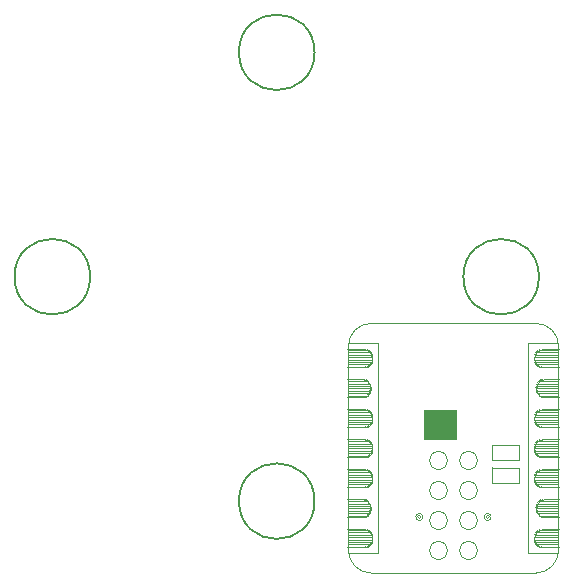
<source format=gbr>
%TF.GenerationSoftware,KiCad,Pcbnew,8.0.4*%
%TF.CreationDate,2024-11-29T22:55:19-05:00*%
%TF.ProjectId,foc_pcb,666f635f-7063-4622-9e6b-696361645f70,2.0*%
%TF.SameCoordinates,Original*%
%TF.FileFunction,Other,Comment*%
%FSLAX46Y46*%
G04 Gerber Fmt 4.6, Leading zero omitted, Abs format (unit mm)*
G04 Created by KiCad (PCBNEW 8.0.4) date 2024-11-29 22:55:19*
%MOMM*%
%LPD*%
G01*
G04 APERTURE LIST*
%ADD10C,0.150000*%
%ADD11C,0.010000*%
%ADD12C,0.000000*%
G04 APERTURE END LIST*
D10*
%TO.C,H2*%
X250850000Y-104190000D02*
G75*
G02*
X244450000Y-104190000I-3200000J0D01*
G01*
X244450000Y-104190000D02*
G75*
G02*
X250850000Y-104190000I3200000J0D01*
G01*
D11*
%TO.C,U6*%
X253726000Y-128836750D02*
X253757700Y-128836750D01*
X253726000Y-129037750D02*
X253726000Y-129293950D01*
X253726000Y-129293950D02*
X253726000Y-129344750D01*
X253726000Y-129344750D02*
X253726000Y-129395550D01*
X253726000Y-129395550D02*
X253726000Y-129446350D01*
X253726000Y-129395550D02*
X255319000Y-129395550D01*
X253726000Y-129446350D02*
X253726000Y-129547950D01*
X253726000Y-129547950D02*
X253726000Y-129598750D01*
X253726000Y-129598750D02*
X253726000Y-129649550D01*
X253726000Y-129598750D02*
X253726000Y-145854750D01*
X253726000Y-129598750D02*
X255594000Y-129598750D01*
X253726000Y-129649550D02*
X253726000Y-129751150D01*
X253726000Y-129751150D02*
X253726000Y-129801950D01*
X253726000Y-129801950D02*
X253726000Y-129852750D01*
X253726000Y-129801950D02*
X255712700Y-129801950D01*
X253726000Y-129852750D02*
X253726000Y-129954350D01*
X253726000Y-129954350D02*
X253726000Y-130005150D01*
X253726000Y-130005150D02*
X253726000Y-130055950D01*
X253726000Y-130005150D02*
X255754200Y-130005150D01*
X253726000Y-130055950D02*
X253726000Y-130157550D01*
X253726000Y-130157550D02*
X253726000Y-130208350D01*
X253726000Y-130208350D02*
X253726000Y-130259150D01*
X253726000Y-130208350D02*
X255754200Y-130208350D01*
X253726000Y-130259150D02*
X253726000Y-130360750D01*
X253726000Y-130360750D02*
X253726000Y-130411550D01*
X253726000Y-130411550D02*
X253726000Y-130462350D01*
X253726000Y-130411550D02*
X255712700Y-130411550D01*
X253726000Y-130462350D02*
X253726000Y-130563950D01*
X253726000Y-130563950D02*
X253726000Y-130614750D01*
X253726000Y-130614750D02*
X253726000Y-130665550D01*
X253726000Y-130614750D02*
X255594000Y-130614750D01*
X253726000Y-130665550D02*
X253726000Y-130767150D01*
X253726000Y-130767150D02*
X253726000Y-130817950D01*
X253726000Y-130817950D02*
X253726000Y-130868750D01*
X253726000Y-130817950D02*
X255319000Y-130817950D01*
X253726000Y-130868750D02*
X253726000Y-130919550D01*
X253726000Y-130868750D02*
X253776800Y-130868750D01*
X253726000Y-130919550D02*
X253726000Y-131833950D01*
X253726000Y-131833950D02*
X253726000Y-131884750D01*
X253726000Y-131884750D02*
X253726000Y-131935550D01*
X253726000Y-131935550D02*
X253726000Y-131986350D01*
X253726000Y-131986350D02*
X253726000Y-132037150D01*
X253726000Y-132037150D02*
X253726000Y-132087950D01*
X253726000Y-132037150D02*
X255343400Y-132037150D01*
X253726000Y-132087950D02*
X253726000Y-132189550D01*
X253726000Y-132189550D02*
X253726000Y-132240350D01*
X253726000Y-132240350D02*
X253726000Y-132291150D01*
X253726000Y-132240350D02*
X255511400Y-132240350D01*
X253726000Y-132291150D02*
X253726000Y-132392750D01*
X253726000Y-132392750D02*
X253726000Y-132443550D01*
X253726000Y-132443550D02*
X253726000Y-132494350D01*
X253726000Y-132443550D02*
X255583600Y-132443550D01*
X253726000Y-132494350D02*
X253726000Y-132595950D01*
X253726000Y-132595950D02*
X253726000Y-132646750D01*
X253726000Y-132646750D02*
X253726000Y-132697550D01*
X253726000Y-132646750D02*
X255593700Y-132646750D01*
X253726000Y-132697550D02*
X253726000Y-132799150D01*
X253726000Y-132799150D02*
X253726000Y-132849950D01*
X253726000Y-132849950D02*
X253726000Y-132900750D01*
X253726000Y-132849950D02*
X255583600Y-132849950D01*
X253726000Y-132900750D02*
X253726000Y-133002350D01*
X253726000Y-133002350D02*
X253726000Y-133053150D01*
X253726000Y-133053150D02*
X253726000Y-133103950D01*
X253726000Y-133053150D02*
X255511400Y-133053150D01*
X253726000Y-133103950D02*
X253726000Y-133205550D01*
X253726000Y-133205550D02*
X253726000Y-133256350D01*
X253726000Y-133256350D02*
X253726000Y-133307150D01*
X253726000Y-133256350D02*
X255343400Y-133256350D01*
X253726000Y-133307150D02*
X253726000Y-133357950D01*
X253726000Y-133357950D02*
X253726000Y-133408750D01*
X253726000Y-133408750D02*
X253726000Y-133459550D01*
X253726000Y-133408750D02*
X253776800Y-133408750D01*
X253726000Y-133459550D02*
X253726000Y-134373950D01*
X253726000Y-134373950D02*
X253726000Y-134424750D01*
X253726000Y-134424750D02*
X253726000Y-134475550D01*
X253726000Y-134475550D02*
X253726000Y-134526350D01*
X253726000Y-134475550D02*
X255319000Y-134475550D01*
X253726000Y-134526350D02*
X253726000Y-134627950D01*
X253726000Y-134627950D02*
X253726000Y-134678750D01*
X253726000Y-134678750D02*
X253726000Y-134729550D01*
X253726000Y-134678750D02*
X255594000Y-134678750D01*
X253726000Y-134729550D02*
X253726000Y-134831150D01*
X253726000Y-134831150D02*
X253726000Y-134881950D01*
X253726000Y-134881950D02*
X253726000Y-134932750D01*
X253726000Y-134881950D02*
X255712700Y-134881950D01*
X253726000Y-134932750D02*
X253726000Y-135034350D01*
X253726000Y-135034350D02*
X253726000Y-135085150D01*
X253726000Y-135085150D02*
X253726000Y-135135950D01*
X253726000Y-135085150D02*
X255754200Y-135085150D01*
X253726000Y-135135950D02*
X253726000Y-135237550D01*
X253726000Y-135237550D02*
X253726000Y-135288350D01*
X253726000Y-135288350D02*
X253726000Y-135339150D01*
X253726000Y-135288350D02*
X255754200Y-135288350D01*
X253726000Y-135339150D02*
X253726000Y-135440750D01*
X253726000Y-135440750D02*
X253726000Y-135491550D01*
X253726000Y-135491550D02*
X253726000Y-135542350D01*
X253726000Y-135491550D02*
X255712700Y-135491550D01*
X253726000Y-135542350D02*
X253726000Y-135643950D01*
X253726000Y-135643950D02*
X253726000Y-135694750D01*
X253726000Y-135694750D02*
X253726000Y-135745550D01*
X253726000Y-135694750D02*
X255594000Y-135694750D01*
X253726000Y-135745550D02*
X253726000Y-135847150D01*
X253726000Y-135847150D02*
X253726000Y-135897950D01*
X253726000Y-135897950D02*
X253726000Y-135948750D01*
X253726000Y-135897950D02*
X255319000Y-135897950D01*
X253726000Y-135948750D02*
X253726000Y-135999550D01*
X253726000Y-135948750D02*
X253776800Y-135948750D01*
X253726000Y-135999550D02*
X253726000Y-136913950D01*
X253726000Y-136913950D02*
X253726000Y-136964750D01*
X253726000Y-136964750D02*
X253726000Y-137015550D01*
X253726000Y-137015550D02*
X253726000Y-137066350D01*
X253726000Y-137066350D02*
X253726000Y-137117150D01*
X253726000Y-137117150D02*
X253726000Y-137167950D01*
X253726000Y-137117150D02*
X255489800Y-137117150D01*
X253726000Y-137167950D02*
X253726000Y-137269550D01*
X253726000Y-137269550D02*
X253726000Y-137320350D01*
X253726000Y-137320350D02*
X253726000Y-137371150D01*
X253726000Y-137320350D02*
X255664400Y-137320350D01*
X253726000Y-137371150D02*
X253726000Y-137472750D01*
X253726000Y-137472750D02*
X253726000Y-137523550D01*
X253726000Y-137523550D02*
X253726000Y-137574350D01*
X253726000Y-137523550D02*
X255743500Y-137523550D01*
X253726000Y-137574350D02*
X253726000Y-137675950D01*
X253726000Y-137675950D02*
X253726000Y-137726750D01*
X253726000Y-137726750D02*
X253726000Y-137777550D01*
X253726000Y-137726750D02*
X255758000Y-137726750D01*
X253726000Y-137777550D02*
X253726000Y-137879150D01*
X253726000Y-137879150D02*
X253726000Y-137929950D01*
X253726000Y-137929950D02*
X253726000Y-137980750D01*
X253726000Y-137929950D02*
X255743500Y-137929950D01*
X253726000Y-137980750D02*
X253726000Y-138082350D01*
X253726000Y-138082350D02*
X253726000Y-138133150D01*
X253726000Y-138133150D02*
X253726000Y-138183950D01*
X253726000Y-138133150D02*
X255664400Y-138133150D01*
X253726000Y-138183950D02*
X253726000Y-138285550D01*
X253726000Y-138285550D02*
X253726000Y-138336350D01*
X253726000Y-138336350D02*
X253726000Y-138387150D01*
X253726000Y-138336350D02*
X255489800Y-138336350D01*
X253726000Y-138387150D02*
X253726000Y-138437950D01*
X253726000Y-138437950D02*
X253726000Y-138488750D01*
X253726000Y-138488750D02*
X253726000Y-138539550D01*
X253726000Y-138488750D02*
X253776800Y-138488750D01*
X253726000Y-138539550D02*
X253726000Y-139453950D01*
X253726000Y-139453950D02*
X253726000Y-139504750D01*
X253726000Y-139504750D02*
X253726000Y-139555550D01*
X253726000Y-139555550D02*
X253726000Y-139606350D01*
X253726000Y-139555550D02*
X255319000Y-139555550D01*
X253726000Y-139606350D02*
X253726000Y-139707950D01*
X253726000Y-139707950D02*
X253726000Y-139758750D01*
X253726000Y-139758750D02*
X253726000Y-139809550D01*
X253726000Y-139758750D02*
X255594000Y-139758750D01*
X253726000Y-139809550D02*
X253726000Y-139911150D01*
X253726000Y-139911150D02*
X253726000Y-139961950D01*
X253726000Y-139961950D02*
X253726000Y-140012750D01*
X253726000Y-139961950D02*
X255712700Y-139961950D01*
X253726000Y-140012750D02*
X253726000Y-140114350D01*
X253726000Y-140114350D02*
X253726000Y-140165150D01*
X253726000Y-140165150D02*
X253726000Y-140215950D01*
X253726000Y-140165150D02*
X255754200Y-140165150D01*
X253726000Y-140215950D02*
X253726000Y-140317550D01*
X253726000Y-140317550D02*
X253726000Y-140368350D01*
X253726000Y-140368350D02*
X253726000Y-140419150D01*
X253726000Y-140368350D02*
X255754200Y-140368350D01*
X253726000Y-140419150D02*
X253726000Y-140520750D01*
X253726000Y-140520750D02*
X253726000Y-140571550D01*
X253726000Y-140571550D02*
X253726000Y-140622350D01*
X253726000Y-140571550D02*
X255712700Y-140571550D01*
X253726000Y-140622350D02*
X253726000Y-140723950D01*
X253726000Y-140723950D02*
X253726000Y-140774750D01*
X253726000Y-140774750D02*
X253726000Y-140825550D01*
X253726000Y-140774750D02*
X255594000Y-140774750D01*
X253726000Y-140825550D02*
X253726000Y-140927150D01*
X253726000Y-140927150D02*
X253726000Y-140977950D01*
X253726000Y-140977950D02*
X253726000Y-141028750D01*
X253726000Y-140977950D02*
X255319000Y-140977950D01*
X253726000Y-141028750D02*
X253726000Y-141079550D01*
X253726000Y-141028750D02*
X253776800Y-141028750D01*
X253726000Y-141079550D02*
X253726000Y-141993950D01*
X253726000Y-141993950D02*
X253726000Y-142044750D01*
X253726000Y-142044750D02*
X253726000Y-142095550D01*
X253726000Y-142095550D02*
X253726000Y-142146350D01*
X253726000Y-142146350D02*
X253726000Y-142197150D01*
X253726000Y-142197150D02*
X253726000Y-142247950D01*
X253726000Y-142197150D02*
X255343400Y-142197150D01*
X253726000Y-142247950D02*
X253726000Y-142349550D01*
X253726000Y-142349550D02*
X253726000Y-142400350D01*
X253726000Y-142400350D02*
X253726000Y-142451150D01*
X253726000Y-142400350D02*
X255511400Y-142400350D01*
X253726000Y-142451150D02*
X253726000Y-142552750D01*
X253726000Y-142552750D02*
X253726000Y-142603550D01*
X253726000Y-142603550D02*
X253726000Y-142654350D01*
X253726000Y-142603550D02*
X255583600Y-142603550D01*
X253726000Y-142654350D02*
X253726000Y-142755950D01*
X253726000Y-142755950D02*
X253726000Y-142806750D01*
X253726000Y-142806750D02*
X253726000Y-142857550D01*
X253726000Y-142806750D02*
X255593700Y-142806750D01*
X253726000Y-142857550D02*
X253726000Y-142959150D01*
X253726000Y-142959150D02*
X253726000Y-143009950D01*
X253726000Y-143009950D02*
X253726000Y-143060750D01*
X253726000Y-143009950D02*
X255583600Y-143009950D01*
X253726000Y-143060750D02*
X253726000Y-143162350D01*
X253726000Y-143162350D02*
X253726000Y-143213150D01*
X253726000Y-143213150D02*
X253726000Y-143263950D01*
X253726000Y-143213150D02*
X255511400Y-143213150D01*
X253726000Y-143263950D02*
X253726000Y-143365550D01*
X253726000Y-143365550D02*
X253726000Y-143416350D01*
X253726000Y-143416350D02*
X253726000Y-143467150D01*
X253726000Y-143416350D02*
X255343400Y-143416350D01*
X253726000Y-143467150D02*
X253726000Y-143517950D01*
X253726000Y-143517950D02*
X253726000Y-143568750D01*
X253726000Y-143568750D02*
X253726000Y-143619550D01*
X253726000Y-143568750D02*
X253776800Y-143568750D01*
X253726000Y-143619550D02*
X253726000Y-144533950D01*
X253726000Y-144533950D02*
X253726000Y-144584750D01*
X253726000Y-144584750D02*
X253726000Y-144635550D01*
X253726000Y-144635550D02*
X253726000Y-144686350D01*
X253726000Y-144635550D02*
X255319000Y-144635550D01*
X253726000Y-144686350D02*
X253726000Y-144787950D01*
X253726000Y-144787950D02*
X253726000Y-144838750D01*
X253726000Y-144838750D02*
X253726000Y-144889550D01*
X253726000Y-144838750D02*
X255594000Y-144838750D01*
X253726000Y-144889550D02*
X253726000Y-144991150D01*
X253726000Y-144991150D02*
X253726000Y-145041950D01*
X253726000Y-145041950D02*
X253726000Y-145092750D01*
X253726000Y-145041950D02*
X255712700Y-145041950D01*
X253726000Y-145092750D02*
X253726000Y-145194350D01*
X253726000Y-145194350D02*
X253726000Y-145245150D01*
X253726000Y-145245150D02*
X253726000Y-145295950D01*
X253726000Y-145245150D02*
X255754200Y-145245150D01*
X253726000Y-145295950D02*
X253726000Y-145397550D01*
X253726000Y-145397550D02*
X253726000Y-145448350D01*
X253726000Y-145448350D02*
X253726000Y-145499150D01*
X253726000Y-145448350D02*
X255754200Y-145448350D01*
X253726000Y-145499150D02*
X253726000Y-145600750D01*
X253726000Y-145600750D02*
X253726000Y-145651550D01*
X253726000Y-145651550D02*
X253726000Y-145702350D01*
X253726000Y-145651550D02*
X255712700Y-145651550D01*
X253726000Y-145702350D02*
X253726000Y-145803950D01*
X253726000Y-145803950D02*
X253726000Y-145854750D01*
X253726000Y-145854750D02*
X253726000Y-145905550D01*
X253726000Y-145854750D02*
X255594000Y-145854750D01*
X253726000Y-145905550D02*
X253726000Y-146007150D01*
X253726000Y-146007150D02*
X253726000Y-146057950D01*
X253726000Y-146057950D02*
X253726000Y-146108750D01*
X253726000Y-146057950D02*
X255319000Y-146057950D01*
X253726000Y-146108750D02*
X253726000Y-146159550D01*
X253726000Y-146108750D02*
X253776800Y-146108750D01*
X253726000Y-146159550D02*
X253726000Y-146362750D01*
X253726000Y-146616750D02*
X253726000Y-128836750D01*
X253757700Y-128836750D02*
X256234200Y-128836750D01*
X253757700Y-146616750D02*
X253726000Y-146616750D01*
X253776800Y-129344750D02*
X253726000Y-129344750D01*
X253776800Y-130868750D02*
X255059500Y-130868750D01*
X253776800Y-131884750D02*
X253726000Y-131884750D01*
X253776800Y-133408750D02*
X254945200Y-133408750D01*
X253776800Y-134424750D02*
X253726000Y-134424750D01*
X253776800Y-135948750D02*
X255059500Y-135948750D01*
X253776800Y-136964750D02*
X253726000Y-136964750D01*
X253776800Y-138488750D02*
X255059500Y-138488750D01*
X253776800Y-139504750D02*
X253726000Y-139504750D01*
X253776800Y-141028750D02*
X255059500Y-141028750D01*
X253776800Y-142044750D02*
X253726000Y-142044750D01*
X253776800Y-143568750D02*
X254945200Y-143568750D01*
X253776800Y-144584750D02*
X253726000Y-144584750D01*
X253776800Y-146108750D02*
X255059500Y-146108750D01*
X254945200Y-131884750D02*
X253776800Y-131884750D01*
X254945200Y-133408750D02*
X255076100Y-133390950D01*
X254945200Y-142044750D02*
X253776800Y-142044750D01*
X254945200Y-143568750D02*
X255076100Y-143550950D01*
X255059500Y-129344750D02*
X253776800Y-129344750D01*
X255059500Y-130868750D02*
X255195800Y-130855350D01*
X255059500Y-134424750D02*
X253776800Y-134424750D01*
X255059500Y-135948750D02*
X255195800Y-135935350D01*
X255059500Y-136964750D02*
X253776800Y-136964750D01*
X255059500Y-138488750D02*
X255195800Y-138475350D01*
X255059500Y-139504750D02*
X253776800Y-139504750D01*
X255059500Y-141028750D02*
X255195800Y-141015350D01*
X255059500Y-144584750D02*
X253776800Y-144584750D01*
X255059500Y-146108750D02*
X255195800Y-146095350D01*
X255076100Y-131902550D02*
X254945200Y-131884750D01*
X255076100Y-133390950D02*
X255201000Y-133347950D01*
X255076100Y-142062550D02*
X254945200Y-142044750D01*
X255076100Y-143550950D02*
X255201000Y-143507950D01*
X255195800Y-129358150D02*
X255059500Y-129344750D01*
X255195800Y-130855350D02*
X255326800Y-130815550D01*
X255195800Y-134438150D02*
X255059500Y-134424750D01*
X255195800Y-135935350D02*
X255326800Y-135895550D01*
X255195800Y-136978150D02*
X255059500Y-136964750D01*
X255195800Y-138475350D02*
X255326800Y-138435550D01*
X255195800Y-139518150D02*
X255059500Y-139504750D01*
X255195800Y-141015350D02*
X255326800Y-140975550D01*
X255195800Y-144598150D02*
X255059500Y-144584750D01*
X255195800Y-146095350D02*
X255326800Y-146055550D01*
X255201000Y-131945550D02*
X255076100Y-131902550D01*
X255201000Y-133347950D02*
X255315200Y-133281350D01*
X255201000Y-142105550D02*
X255076100Y-142062550D01*
X255201000Y-143507950D02*
X255315200Y-143441350D01*
X255315200Y-132012150D02*
X255201000Y-131945550D01*
X255315200Y-133281350D02*
X255414100Y-133193850D01*
X255315200Y-142172150D02*
X255201000Y-142105550D01*
X255315200Y-143441350D02*
X255414100Y-143353850D01*
X255326800Y-129397950D02*
X255195800Y-129358150D01*
X255326800Y-130815550D02*
X255447600Y-130751050D01*
X255326800Y-134477950D02*
X255195800Y-134438150D01*
X255326800Y-135895550D02*
X255447600Y-135831050D01*
X255326800Y-137017950D02*
X255195800Y-136978150D01*
X255326800Y-138435550D02*
X255447600Y-138371050D01*
X255326800Y-139557950D02*
X255195800Y-139518150D01*
X255326800Y-140975550D02*
X255447600Y-140911050D01*
X255326800Y-144637950D02*
X255195800Y-144598150D01*
X255326800Y-146055550D02*
X255447600Y-145991050D01*
X255414100Y-132099650D02*
X255315200Y-132012150D01*
X255414100Y-133193850D02*
X255494100Y-133088650D01*
X255414100Y-142259650D02*
X255315200Y-142172150D01*
X255414100Y-143353850D02*
X255494100Y-143248650D01*
X255447600Y-129462450D02*
X255326800Y-129397950D01*
X255447600Y-130751050D02*
X255553400Y-130664150D01*
X255447600Y-134542450D02*
X255326800Y-134477950D01*
X255447600Y-135831050D02*
X255553400Y-135744150D01*
X255447600Y-137082450D02*
X255326800Y-137017950D01*
X255447600Y-138371050D02*
X255553400Y-138284150D01*
X255447600Y-139622450D02*
X255326800Y-139557950D01*
X255447600Y-140911050D02*
X255553400Y-140824150D01*
X255447600Y-144702450D02*
X255326800Y-144637950D01*
X255447600Y-145991050D02*
X255553400Y-145904150D01*
X255494100Y-132204850D02*
X255414100Y-132099650D01*
X255494100Y-133088650D02*
X255552000Y-132969850D01*
X255494100Y-142364850D02*
X255414100Y-142259650D01*
X255494100Y-143248650D02*
X255552000Y-143129850D01*
X255552000Y-132323650D02*
X255494100Y-132204850D01*
X255552000Y-132969850D02*
X255585600Y-132842150D01*
X255552000Y-142483650D02*
X255494100Y-142364850D01*
X255552000Y-143129850D02*
X255585600Y-143002150D01*
X255553400Y-129549350D02*
X255447600Y-129462450D01*
X255553400Y-130664150D02*
X255640300Y-130558350D01*
X255553400Y-134629350D02*
X255447600Y-134542450D01*
X255553400Y-135744150D02*
X255640300Y-135638350D01*
X255553400Y-137169350D02*
X255447600Y-137082450D01*
X255553400Y-138284150D02*
X255640300Y-138178350D01*
X255553400Y-139709350D02*
X255447600Y-139622450D01*
X255553400Y-140824150D02*
X255640300Y-140718350D01*
X255553400Y-144789350D02*
X255447600Y-144702450D01*
X255553400Y-145904150D02*
X255640300Y-145798350D01*
X255585600Y-132451350D02*
X255552000Y-132323650D01*
X255585600Y-132842150D02*
X255593700Y-132710250D01*
X255585600Y-142611350D02*
X255552000Y-142483650D01*
X255585600Y-143002150D02*
X255593700Y-142870250D01*
X255593700Y-132583250D02*
X255585600Y-132451350D01*
X255593700Y-132595950D02*
X255593700Y-132583250D01*
X255593700Y-132646750D02*
X255593700Y-132595950D01*
X255593700Y-132697550D02*
X255593700Y-132646750D01*
X255593700Y-132710250D02*
X255593700Y-132697550D01*
X255593700Y-142743250D02*
X255585600Y-142611350D01*
X255593700Y-142755950D02*
X255593700Y-142743250D01*
X255593700Y-142806750D02*
X255593700Y-142755950D01*
X255593700Y-142857550D02*
X255593700Y-142806750D01*
X255593700Y-142870250D02*
X255593700Y-142857550D01*
X255631000Y-148267750D02*
X269601000Y-148267750D01*
X255640300Y-129655150D02*
X255553400Y-129549350D01*
X255640300Y-130558350D02*
X255704800Y-130437550D01*
X255640300Y-134735150D02*
X255553400Y-134629350D01*
X255640300Y-135638350D02*
X255704800Y-135517550D01*
X255640300Y-137275150D02*
X255553400Y-137169350D01*
X255640300Y-138178350D02*
X255704800Y-138057550D01*
X255640300Y-139815150D02*
X255553400Y-139709350D01*
X255640300Y-140718350D02*
X255704800Y-140597550D01*
X255640300Y-144895150D02*
X255553400Y-144789350D01*
X255640300Y-145798350D02*
X255704800Y-145677550D01*
X255704800Y-129775950D02*
X255640300Y-129655150D01*
X255704800Y-130437550D02*
X255712700Y-130411550D01*
X255704800Y-134855950D02*
X255640300Y-134735150D01*
X255704800Y-135517550D02*
X255712700Y-135491550D01*
X255704800Y-137395950D02*
X255640300Y-137275150D01*
X255704800Y-138057550D02*
X255744600Y-137926550D01*
X255704800Y-139935950D02*
X255640300Y-139815150D01*
X255704800Y-140597550D02*
X255712700Y-140571550D01*
X255704800Y-145015950D02*
X255640300Y-144895150D01*
X255704800Y-145677550D02*
X255712700Y-145651550D01*
X255712700Y-129801950D02*
X255704800Y-129775950D01*
X255712700Y-130411550D02*
X255744600Y-130306550D01*
X255712700Y-134881950D02*
X255704800Y-134855950D01*
X255712700Y-135491550D02*
X255744600Y-135386550D01*
X255712700Y-139961950D02*
X255704800Y-139935950D01*
X255712700Y-140571550D02*
X255744600Y-140466550D01*
X255712700Y-145041950D02*
X255704800Y-145015950D01*
X255712700Y-145651550D02*
X255744600Y-145546550D01*
X255744600Y-129906950D02*
X255712700Y-129801950D01*
X255744600Y-130306550D02*
X255758000Y-130170250D01*
X255744600Y-134986950D02*
X255712700Y-134881950D01*
X255744600Y-135386550D02*
X255758000Y-135250250D01*
X255744600Y-137526950D02*
X255704800Y-137395950D01*
X255744600Y-137926550D02*
X255758000Y-137790250D01*
X255744600Y-140066950D02*
X255712700Y-139961950D01*
X255744600Y-140466550D02*
X255758000Y-140330250D01*
X255744600Y-145146950D02*
X255712700Y-145041950D01*
X255744600Y-145546550D02*
X255758000Y-145410250D01*
X255758000Y-130043250D02*
X255744600Y-129906950D01*
X255758000Y-130170250D02*
X255758000Y-130043250D01*
X255758000Y-135123250D02*
X255744600Y-134986950D01*
X255758000Y-135250250D02*
X255758000Y-135123250D01*
X255758000Y-137663250D02*
X255744600Y-137526950D01*
X255758000Y-137675950D02*
X255758000Y-137663250D01*
X255758000Y-137726750D02*
X255758000Y-137675950D01*
X255758000Y-137777550D02*
X255758000Y-137726750D01*
X255758000Y-137790250D02*
X255758000Y-137777550D01*
X255758000Y-140203250D02*
X255744600Y-140066950D01*
X255758000Y-140330250D02*
X255758000Y-140203250D01*
X255758000Y-145283250D02*
X255744600Y-145146950D01*
X255758000Y-145410250D02*
X255758000Y-145283250D01*
X256234200Y-128836750D02*
X256266000Y-128836750D01*
X256266000Y-128836750D02*
X256266000Y-146585050D01*
X256266000Y-146585050D02*
X256266000Y-146616750D01*
X256266000Y-146616750D02*
X253757700Y-146616750D01*
X265918000Y-137472750D02*
X265918000Y-138742750D01*
X265918000Y-138742750D02*
X265949700Y-138742750D01*
X265918000Y-139377750D02*
X265918000Y-140647750D01*
X265918000Y-140647750D02*
X265949700Y-140647750D01*
X265949700Y-137472750D02*
X265918000Y-137472750D01*
X265949700Y-138742750D02*
X268172200Y-138742750D01*
X265949700Y-139377750D02*
X265918000Y-139377750D01*
X265949700Y-140647750D02*
X268172200Y-140647750D01*
X268172200Y-138742750D02*
X268204000Y-138742750D01*
X268172200Y-140647750D02*
X268204000Y-140647750D01*
X268204000Y-137472750D02*
X265949700Y-137472750D01*
X268204000Y-137504450D02*
X268204000Y-137472750D01*
X268204000Y-138742750D02*
X268204000Y-137504450D01*
X268204000Y-139377750D02*
X265949700Y-139377750D01*
X268204000Y-139409550D02*
X268204000Y-139377750D01*
X268204000Y-140647750D02*
X268204000Y-139409550D01*
X268966000Y-128836750D02*
X271474300Y-128836750D01*
X268966000Y-128868550D02*
X268966000Y-128836750D01*
X268966000Y-146616750D02*
X268966000Y-128868550D01*
X268997700Y-146616750D02*
X268966000Y-146616750D01*
X269474000Y-130043250D02*
X269474000Y-130170250D01*
X269474000Y-130170250D02*
X269487400Y-130306550D01*
X269474000Y-135123250D02*
X269474000Y-135250250D01*
X269474000Y-135250250D02*
X269487400Y-135386550D01*
X269474000Y-137663250D02*
X269474000Y-137675950D01*
X269474000Y-137675950D02*
X269474000Y-137726750D01*
X269474000Y-137726750D02*
X269474000Y-137777550D01*
X269474000Y-137777550D02*
X269474000Y-137790250D01*
X269474000Y-137790250D02*
X269487400Y-137926550D01*
X269474000Y-140203250D02*
X269474000Y-140330250D01*
X269474000Y-140330250D02*
X269487400Y-140466550D01*
X269474000Y-145283250D02*
X269474000Y-145410250D01*
X269474000Y-145410250D02*
X269487400Y-145546550D01*
X269487400Y-129906950D02*
X269474000Y-130043250D01*
X269487400Y-130306550D02*
X269519300Y-130411550D01*
X269487400Y-134986950D02*
X269474000Y-135123250D01*
X269487400Y-135386550D02*
X269519300Y-135491550D01*
X269487400Y-137526950D02*
X269474000Y-137663250D01*
X269487400Y-137926550D02*
X269527200Y-138057550D01*
X269487400Y-140066950D02*
X269474000Y-140203250D01*
X269487400Y-140466550D02*
X269519300Y-140571550D01*
X269487400Y-145146950D02*
X269474000Y-145283250D01*
X269487400Y-145546550D02*
X269519300Y-145651550D01*
X269519300Y-129801950D02*
X269487400Y-129906950D01*
X269519300Y-130411550D02*
X269527200Y-130437550D01*
X269519300Y-134881950D02*
X269487400Y-134986950D01*
X269519300Y-135491550D02*
X269527200Y-135517550D01*
X269519300Y-139961950D02*
X269487400Y-140066950D01*
X269519300Y-140571550D02*
X269527200Y-140597550D01*
X269519300Y-145041950D02*
X269487400Y-145146950D01*
X269519300Y-145651550D02*
X269527200Y-145677550D01*
X269527200Y-129775950D02*
X269519300Y-129801950D01*
X269527200Y-130437550D02*
X269591700Y-130558350D01*
X269527200Y-134855950D02*
X269519300Y-134881950D01*
X269527200Y-135517550D02*
X269591700Y-135638350D01*
X269527200Y-137395950D02*
X269487400Y-137526950D01*
X269527200Y-138057550D02*
X269591700Y-138178350D01*
X269527200Y-139935950D02*
X269519300Y-139961950D01*
X269527200Y-140597550D02*
X269591700Y-140718350D01*
X269527200Y-145015950D02*
X269519300Y-145041950D01*
X269527200Y-145677550D02*
X269591700Y-145798350D01*
X269591700Y-129655150D02*
X269527200Y-129775950D01*
X269591700Y-130558350D02*
X269678600Y-130664150D01*
X269591700Y-134735150D02*
X269527200Y-134855950D01*
X269591700Y-135638350D02*
X269678600Y-135744150D01*
X269591700Y-137275150D02*
X269527200Y-137395950D01*
X269591700Y-138178350D02*
X269678600Y-138284150D01*
X269591700Y-139815150D02*
X269527200Y-139935950D01*
X269591700Y-140718350D02*
X269678600Y-140824150D01*
X269591700Y-144895150D02*
X269527200Y-145015950D01*
X269591700Y-145798350D02*
X269678600Y-145904150D01*
X269601000Y-127132750D02*
X255631000Y-127132750D01*
X269638300Y-132583250D02*
X269638300Y-132595950D01*
X269638300Y-132595950D02*
X269638300Y-132646750D01*
X269638300Y-132646750D02*
X269638300Y-132697550D01*
X269638300Y-132697550D02*
X269638300Y-132710250D01*
X269638300Y-132710250D02*
X269646400Y-132842150D01*
X269638300Y-142743250D02*
X269638300Y-142755950D01*
X269638300Y-142755950D02*
X269638300Y-142806750D01*
X269638300Y-142806750D02*
X269638300Y-142857550D01*
X269638300Y-142857550D02*
X269638300Y-142870250D01*
X269638300Y-142870250D02*
X269646400Y-143002150D01*
X269646400Y-132451350D02*
X269638300Y-132583250D01*
X269646400Y-132842150D02*
X269680000Y-132969850D01*
X269646400Y-142611350D02*
X269638300Y-142743250D01*
X269646400Y-143002150D02*
X269680000Y-143129850D01*
X269678600Y-129549350D02*
X269591700Y-129655150D01*
X269678600Y-130664150D02*
X269784400Y-130751050D01*
X269678600Y-134629350D02*
X269591700Y-134735150D01*
X269678600Y-135744150D02*
X269784400Y-135831050D01*
X269678600Y-137169350D02*
X269591700Y-137275150D01*
X269678600Y-138284150D02*
X269784400Y-138371050D01*
X269678600Y-139709350D02*
X269591700Y-139815150D01*
X269678600Y-140824150D02*
X269784400Y-140911050D01*
X269678600Y-144789350D02*
X269591700Y-144895150D01*
X269678600Y-145904150D02*
X269784400Y-145991050D01*
X269680000Y-132323650D02*
X269646400Y-132451350D01*
X269680000Y-132969850D02*
X269737900Y-133088650D01*
X269680000Y-142483650D02*
X269646400Y-142611350D01*
X269680000Y-143129850D02*
X269737900Y-143248650D01*
X269737900Y-132204850D02*
X269680000Y-132323650D01*
X269737900Y-133088650D02*
X269817900Y-133193850D01*
X269737900Y-142364850D02*
X269680000Y-142483650D01*
X269737900Y-143248650D02*
X269817900Y-143353850D01*
X269784400Y-129462450D02*
X269678600Y-129549350D01*
X269784400Y-130751050D02*
X269905200Y-130815550D01*
X269784400Y-134542450D02*
X269678600Y-134629350D01*
X269784400Y-135831050D02*
X269905200Y-135895550D01*
X269784400Y-137082450D02*
X269678600Y-137169350D01*
X269784400Y-138371050D02*
X269905200Y-138435550D01*
X269784400Y-139622450D02*
X269678600Y-139709350D01*
X269784400Y-140911050D02*
X269905200Y-140975550D01*
X269784400Y-144702450D02*
X269678600Y-144789350D01*
X269784400Y-145991050D02*
X269905200Y-146055550D01*
X269817900Y-132099650D02*
X269737900Y-132204850D01*
X269817900Y-133193850D02*
X269916800Y-133281350D01*
X269817900Y-142259650D02*
X269737900Y-142364850D01*
X269817900Y-143353850D02*
X269916800Y-143441350D01*
X269905200Y-129397950D02*
X269784400Y-129462450D01*
X269905200Y-130815550D02*
X270036200Y-130855350D01*
X269905200Y-134477950D02*
X269784400Y-134542450D01*
X269905200Y-135895550D02*
X270036200Y-135935350D01*
X269905200Y-137017950D02*
X269784400Y-137082450D01*
X269905200Y-138435550D02*
X270036200Y-138475350D01*
X269905200Y-139557950D02*
X269784400Y-139622450D01*
X269905200Y-140975550D02*
X270036200Y-141015350D01*
X269905200Y-144637950D02*
X269784400Y-144702450D01*
X269905200Y-146055550D02*
X270036200Y-146095350D01*
X269916800Y-132012150D02*
X269817900Y-132099650D01*
X269916800Y-133281350D02*
X270031000Y-133347950D01*
X269916800Y-142172150D02*
X269817900Y-142259650D01*
X269916800Y-143441350D02*
X270031000Y-143507950D01*
X270031000Y-131945550D02*
X269916800Y-132012150D01*
X270031000Y-133347950D02*
X270155900Y-133390950D01*
X270031000Y-142105550D02*
X269916800Y-142172150D01*
X270031000Y-143507950D02*
X270155900Y-143550950D01*
X270036200Y-129358150D02*
X269905200Y-129397950D01*
X270036200Y-130855350D02*
X270172500Y-130868750D01*
X270036200Y-134438150D02*
X269905200Y-134477950D01*
X270036200Y-135935350D02*
X270172500Y-135948750D01*
X270036200Y-136978150D02*
X269905200Y-137017950D01*
X270036200Y-138475350D02*
X270172500Y-138488750D01*
X270036200Y-139518150D02*
X269905200Y-139557950D01*
X270036200Y-141015350D02*
X270172500Y-141028750D01*
X270036200Y-144598150D02*
X269905200Y-144637950D01*
X270036200Y-146095350D02*
X270172500Y-146108750D01*
X270155900Y-131902550D02*
X270031000Y-131945550D01*
X270155900Y-133390950D02*
X270286800Y-133408750D01*
X270155900Y-142062550D02*
X270031000Y-142105550D01*
X270155900Y-143550950D02*
X270286800Y-143568750D01*
X270172500Y-129344750D02*
X270036200Y-129358150D01*
X270172500Y-130868750D02*
X271455200Y-130868750D01*
X270172500Y-134424750D02*
X270036200Y-134438150D01*
X270172500Y-135948750D02*
X271455200Y-135948750D01*
X270172500Y-136964750D02*
X270036200Y-136978150D01*
X270172500Y-138488750D02*
X271455200Y-138488750D01*
X270172500Y-139504750D02*
X270036200Y-139518150D01*
X270172500Y-141028750D02*
X271455200Y-141028750D01*
X270172500Y-144584750D02*
X270036200Y-144598150D01*
X270172500Y-146108750D02*
X271455200Y-146108750D01*
X270286800Y-131884750D02*
X270155900Y-131902550D01*
X270286800Y-133408750D02*
X271455200Y-133408750D01*
X270286800Y-142044750D02*
X270155900Y-142062550D01*
X270286800Y-143568750D02*
X271455200Y-143568750D01*
X271455200Y-129344750D02*
X270172500Y-129344750D01*
X271455200Y-130868750D02*
X271506000Y-130868750D01*
X271455200Y-131884750D02*
X270286800Y-131884750D01*
X271455200Y-133408750D02*
X271506000Y-133408750D01*
X271455200Y-134424750D02*
X270172500Y-134424750D01*
X271455200Y-135948750D02*
X271506000Y-135948750D01*
X271455200Y-136964750D02*
X270172500Y-136964750D01*
X271455200Y-138488750D02*
X271506000Y-138488750D01*
X271455200Y-139504750D02*
X270172500Y-139504750D01*
X271455200Y-141028750D02*
X271506000Y-141028750D01*
X271455200Y-142044750D02*
X270286800Y-142044750D01*
X271455200Y-143568750D02*
X271506000Y-143568750D01*
X271455200Y-144584750D02*
X270172500Y-144584750D01*
X271455200Y-146108750D02*
X271506000Y-146108750D01*
X271474300Y-128836750D02*
X271506000Y-128836750D01*
X271474300Y-146616750D02*
X268997700Y-146616750D01*
X271506000Y-128836750D02*
X271506000Y-146616750D01*
X271506000Y-129037750D02*
X271506000Y-129293950D01*
X271506000Y-129293950D02*
X271506000Y-129344750D01*
X271506000Y-129344750D02*
X271455200Y-129344750D01*
X271506000Y-129344750D02*
X271506000Y-129395550D01*
X271506000Y-129395550D02*
X269913000Y-129395550D01*
X271506000Y-129446350D02*
X271506000Y-129395550D01*
X271506000Y-129547950D02*
X271506000Y-129446350D01*
X271506000Y-129598750D02*
X269638000Y-129598750D01*
X271506000Y-129598750D02*
X271506000Y-129547950D01*
X271506000Y-129598750D02*
X271506000Y-145854750D01*
X271506000Y-129649550D02*
X271506000Y-129598750D01*
X271506000Y-129751150D02*
X271506000Y-129649550D01*
X271506000Y-129801950D02*
X269519300Y-129801950D01*
X271506000Y-129801950D02*
X271506000Y-129751150D01*
X271506000Y-129852750D02*
X271506000Y-129801950D01*
X271506000Y-129954350D02*
X271506000Y-129852750D01*
X271506000Y-130005150D02*
X269477800Y-130005150D01*
X271506000Y-130005150D02*
X271506000Y-129954350D01*
X271506000Y-130055950D02*
X271506000Y-130005150D01*
X271506000Y-130157550D02*
X271506000Y-130055950D01*
X271506000Y-130208350D02*
X269477700Y-130208350D01*
X271506000Y-130208350D02*
X271506000Y-130157550D01*
X271506000Y-130259150D02*
X271506000Y-130208350D01*
X271506000Y-130360750D02*
X271506000Y-130259150D01*
X271506000Y-130411550D02*
X269519300Y-130411550D01*
X271506000Y-130411550D02*
X271506000Y-130360750D01*
X271506000Y-130462350D02*
X271506000Y-130411550D01*
X271506000Y-130563950D02*
X271506000Y-130462350D01*
X271506000Y-130614750D02*
X269638000Y-130614750D01*
X271506000Y-130614750D02*
X271506000Y-130563950D01*
X271506000Y-130665550D02*
X271506000Y-130614750D01*
X271506000Y-130767150D02*
X271506000Y-130665550D01*
X271506000Y-130817950D02*
X269913000Y-130817950D01*
X271506000Y-130817950D02*
X271506000Y-130767150D01*
X271506000Y-130817950D02*
X271506000Y-130868750D01*
X271506000Y-130868750D02*
X271506000Y-130919550D01*
X271506000Y-130919550D02*
X271506000Y-131833950D01*
X271506000Y-131833950D02*
X271506000Y-131884750D01*
X271506000Y-131884750D02*
X271455200Y-131884750D01*
X271506000Y-131884750D02*
X271506000Y-131935550D01*
X271506000Y-131986350D02*
X271506000Y-131935550D01*
X271506000Y-132037150D02*
X269888600Y-132037150D01*
X271506000Y-132037150D02*
X271506000Y-131986350D01*
X271506000Y-132087950D02*
X271506000Y-132037150D01*
X271506000Y-132189550D02*
X271506000Y-132087950D01*
X271506000Y-132240350D02*
X269720600Y-132240350D01*
X271506000Y-132240350D02*
X271506000Y-132189550D01*
X271506000Y-132291150D02*
X271506000Y-132240350D01*
X271506000Y-132392750D02*
X271506000Y-132291150D01*
X271506000Y-132443550D02*
X269648400Y-132443550D01*
X271506000Y-132443550D02*
X271506000Y-132392750D01*
X271506000Y-132494350D02*
X271506000Y-132443550D01*
X271506000Y-132595950D02*
X271506000Y-132494350D01*
X271506000Y-132646750D02*
X269638300Y-132646750D01*
X271506000Y-132646750D02*
X271506000Y-132595950D01*
X271506000Y-132697550D02*
X271506000Y-132646750D01*
X271506000Y-132799150D02*
X271506000Y-132697550D01*
X271506000Y-132849950D02*
X269648400Y-132849950D01*
X271506000Y-132849950D02*
X271506000Y-132799150D01*
X271506000Y-132900750D02*
X271506000Y-132849950D01*
X271506000Y-133002350D02*
X271506000Y-132900750D01*
X271506000Y-133053150D02*
X269720600Y-133053150D01*
X271506000Y-133053150D02*
X271506000Y-133002350D01*
X271506000Y-133103950D02*
X271506000Y-133053150D01*
X271506000Y-133205550D02*
X271506000Y-133103950D01*
X271506000Y-133256350D02*
X269888600Y-133256350D01*
X271506000Y-133256350D02*
X271506000Y-133205550D01*
X271506000Y-133307150D02*
X271506000Y-133256350D01*
X271506000Y-133357950D02*
X271506000Y-133307150D01*
X271506000Y-133357950D02*
X271506000Y-133408750D01*
X271506000Y-133408750D02*
X271506000Y-133459550D01*
X271506000Y-133459550D02*
X271506000Y-134373950D01*
X271506000Y-134373950D02*
X271506000Y-134424750D01*
X271506000Y-134424750D02*
X271455200Y-134424750D01*
X271506000Y-134424750D02*
X271506000Y-134475550D01*
X271506000Y-134475550D02*
X269913000Y-134475550D01*
X271506000Y-134526350D02*
X271506000Y-134475550D01*
X271506000Y-134627950D02*
X271506000Y-134526350D01*
X271506000Y-134678750D02*
X269638000Y-134678750D01*
X271506000Y-134678750D02*
X271506000Y-134627950D01*
X271506000Y-134729550D02*
X271506000Y-134678750D01*
X271506000Y-134831150D02*
X271506000Y-134729550D01*
X271506000Y-134881950D02*
X269519300Y-134881950D01*
X271506000Y-134881950D02*
X271506000Y-134831150D01*
X271506000Y-134932750D02*
X271506000Y-134881950D01*
X271506000Y-135034350D02*
X271506000Y-134932750D01*
X271506000Y-135085150D02*
X269477800Y-135085150D01*
X271506000Y-135085150D02*
X271506000Y-135034350D01*
X271506000Y-135135950D02*
X271506000Y-135085150D01*
X271506000Y-135237550D02*
X271506000Y-135135950D01*
X271506000Y-135288350D02*
X269477700Y-135288350D01*
X271506000Y-135288350D02*
X271506000Y-135237550D01*
X271506000Y-135339150D02*
X271506000Y-135288350D01*
X271506000Y-135440750D02*
X271506000Y-135339150D01*
X271506000Y-135491550D02*
X269519300Y-135491550D01*
X271506000Y-135491550D02*
X271506000Y-135440750D01*
X271506000Y-135542350D02*
X271506000Y-135491550D01*
X271506000Y-135643950D02*
X271506000Y-135542350D01*
X271506000Y-135694750D02*
X269638000Y-135694750D01*
X271506000Y-135694750D02*
X271506000Y-135643950D01*
X271506000Y-135745550D02*
X271506000Y-135694750D01*
X271506000Y-135847150D02*
X271506000Y-135745550D01*
X271506000Y-135897950D02*
X269913000Y-135897950D01*
X271506000Y-135897950D02*
X271506000Y-135847150D01*
X271506000Y-135897950D02*
X271506000Y-135948750D01*
X271506000Y-135948750D02*
X271506000Y-135999550D01*
X271506000Y-135999550D02*
X271506000Y-136913950D01*
X271506000Y-136913950D02*
X271506000Y-136964750D01*
X271506000Y-136964750D02*
X271455200Y-136964750D01*
X271506000Y-136964750D02*
X271506000Y-137015550D01*
X271506000Y-137066350D02*
X271506000Y-137015550D01*
X271506000Y-137117150D02*
X269742200Y-137117150D01*
X271506000Y-137117150D02*
X271506000Y-137066350D01*
X271506000Y-137167950D02*
X271506000Y-137117150D01*
X271506000Y-137269550D02*
X271506000Y-137167950D01*
X271506000Y-137320350D02*
X269567600Y-137320350D01*
X271506000Y-137320350D02*
X271506000Y-137269550D01*
X271506000Y-137371150D02*
X271506000Y-137320350D01*
X271506000Y-137472750D02*
X271506000Y-137371150D01*
X271506000Y-137523550D02*
X269488500Y-137523550D01*
X271506000Y-137523550D02*
X271506000Y-137472750D01*
X271506000Y-137574350D02*
X271506000Y-137523550D01*
X271506000Y-137675950D02*
X271506000Y-137574350D01*
X271506000Y-137726750D02*
X269474000Y-137726750D01*
X271506000Y-137726750D02*
X271506000Y-137675950D01*
X271506000Y-137777550D02*
X271506000Y-137726750D01*
X271506000Y-137879150D02*
X271506000Y-137777550D01*
X271506000Y-137929950D02*
X269488500Y-137929950D01*
X271506000Y-137929950D02*
X271506000Y-137879150D01*
X271506000Y-137980750D02*
X271506000Y-137929950D01*
X271506000Y-138082350D02*
X271506000Y-137980750D01*
X271506000Y-138133150D02*
X269567600Y-138133150D01*
X271506000Y-138133150D02*
X271506000Y-138082350D01*
X271506000Y-138183950D02*
X271506000Y-138133150D01*
X271506000Y-138285550D02*
X271506000Y-138183950D01*
X271506000Y-138336350D02*
X269742200Y-138336350D01*
X271506000Y-138336350D02*
X271506000Y-138285550D01*
X271506000Y-138387150D02*
X271506000Y-138336350D01*
X271506000Y-138437950D02*
X271506000Y-138387150D01*
X271506000Y-138437950D02*
X271506000Y-138488750D01*
X271506000Y-138488750D02*
X271506000Y-138539550D01*
X271506000Y-138539550D02*
X271506000Y-139453950D01*
X271506000Y-139453950D02*
X271506000Y-139504750D01*
X271506000Y-139504750D02*
X271455200Y-139504750D01*
X271506000Y-139504750D02*
X271506000Y-139555550D01*
X271506000Y-139555550D02*
X269913000Y-139555550D01*
X271506000Y-139606350D02*
X271506000Y-139555550D01*
X271506000Y-139707950D02*
X271506000Y-139606350D01*
X271506000Y-139758750D02*
X269638000Y-139758750D01*
X271506000Y-139758750D02*
X271506000Y-139707950D01*
X271506000Y-139809550D02*
X271506000Y-139758750D01*
X271506000Y-139911150D02*
X271506000Y-139809550D01*
X271506000Y-139961950D02*
X269519300Y-139961950D01*
X271506000Y-139961950D02*
X271506000Y-139911150D01*
X271506000Y-140012750D02*
X271506000Y-139961950D01*
X271506000Y-140114350D02*
X271506000Y-140012750D01*
X271506000Y-140165150D02*
X269477800Y-140165150D01*
X271506000Y-140165150D02*
X271506000Y-140114350D01*
X271506000Y-140215950D02*
X271506000Y-140165150D01*
X271506000Y-140317550D02*
X271506000Y-140215950D01*
X271506000Y-140368350D02*
X269477700Y-140368350D01*
X271506000Y-140368350D02*
X271506000Y-140317550D01*
X271506000Y-140419150D02*
X271506000Y-140368350D01*
X271506000Y-140520750D02*
X271506000Y-140419150D01*
X271506000Y-140571550D02*
X269519300Y-140571550D01*
X271506000Y-140571550D02*
X271506000Y-140520750D01*
X271506000Y-140622350D02*
X271506000Y-140571550D01*
X271506000Y-140723950D02*
X271506000Y-140622350D01*
X271506000Y-140774750D02*
X269638000Y-140774750D01*
X271506000Y-140774750D02*
X271506000Y-140723950D01*
X271506000Y-140825550D02*
X271506000Y-140774750D01*
X271506000Y-140927150D02*
X271506000Y-140825550D01*
X271506000Y-140977950D02*
X269913000Y-140977950D01*
X271506000Y-140977950D02*
X271506000Y-140927150D01*
X271506000Y-140977950D02*
X271506000Y-141028750D01*
X271506000Y-141028750D02*
X271506000Y-141079550D01*
X271506000Y-141079550D02*
X271506000Y-141993950D01*
X271506000Y-141993950D02*
X271506000Y-142044750D01*
X271506000Y-142044750D02*
X271455200Y-142044750D01*
X271506000Y-142044750D02*
X271506000Y-142095550D01*
X271506000Y-142146350D02*
X271506000Y-142095550D01*
X271506000Y-142197150D02*
X269888600Y-142197150D01*
X271506000Y-142197150D02*
X271506000Y-142146350D01*
X271506000Y-142247950D02*
X271506000Y-142197150D01*
X271506000Y-142349550D02*
X271506000Y-142247950D01*
X271506000Y-142400350D02*
X269720600Y-142400350D01*
X271506000Y-142400350D02*
X271506000Y-142349550D01*
X271506000Y-142451150D02*
X271506000Y-142400350D01*
X271506000Y-142552750D02*
X271506000Y-142451150D01*
X271506000Y-142603550D02*
X269648400Y-142603550D01*
X271506000Y-142603550D02*
X271506000Y-142552750D01*
X271506000Y-142654350D02*
X271506000Y-142603550D01*
X271506000Y-142755950D02*
X271506000Y-142654350D01*
X271506000Y-142806750D02*
X269638300Y-142806750D01*
X271506000Y-142806750D02*
X271506000Y-142755950D01*
X271506000Y-142857550D02*
X271506000Y-142806750D01*
X271506000Y-142959150D02*
X271506000Y-142857550D01*
X271506000Y-143009950D02*
X269648400Y-143009950D01*
X271506000Y-143009950D02*
X271506000Y-142959150D01*
X271506000Y-143060750D02*
X271506000Y-143009950D01*
X271506000Y-143162350D02*
X271506000Y-143060750D01*
X271506000Y-143213150D02*
X269720600Y-143213150D01*
X271506000Y-143213150D02*
X271506000Y-143162350D01*
X271506000Y-143263950D02*
X271506000Y-143213150D01*
X271506000Y-143365550D02*
X271506000Y-143263950D01*
X271506000Y-143416350D02*
X269888600Y-143416350D01*
X271506000Y-143416350D02*
X271506000Y-143365550D01*
X271506000Y-143467150D02*
X271506000Y-143416350D01*
X271506000Y-143517950D02*
X271506000Y-143467150D01*
X271506000Y-143517950D02*
X271506000Y-143568750D01*
X271506000Y-143568750D02*
X271506000Y-143619550D01*
X271506000Y-143619550D02*
X271506000Y-144533950D01*
X271506000Y-144533950D02*
X271506000Y-144584750D01*
X271506000Y-144584750D02*
X271455200Y-144584750D01*
X271506000Y-144584750D02*
X271506000Y-144635550D01*
X271506000Y-144635550D02*
X269913000Y-144635550D01*
X271506000Y-144686350D02*
X271506000Y-144635550D01*
X271506000Y-144787950D02*
X271506000Y-144686350D01*
X271506000Y-144838750D02*
X269638000Y-144838750D01*
X271506000Y-144838750D02*
X271506000Y-144787950D01*
X271506000Y-144889550D02*
X271506000Y-144838750D01*
X271506000Y-144991150D02*
X271506000Y-144889550D01*
X271506000Y-145041950D02*
X269519300Y-145041950D01*
X271506000Y-145041950D02*
X271506000Y-144991150D01*
X271506000Y-145092750D02*
X271506000Y-145041950D01*
X271506000Y-145194350D02*
X271506000Y-145092750D01*
X271506000Y-145245150D02*
X269477800Y-145245150D01*
X271506000Y-145245150D02*
X271506000Y-145194350D01*
X271506000Y-145295950D02*
X271506000Y-145245150D01*
X271506000Y-145397550D02*
X271506000Y-145295950D01*
X271506000Y-145448350D02*
X269477700Y-145448350D01*
X271506000Y-145448350D02*
X271506000Y-145397550D01*
X271506000Y-145499150D02*
X271506000Y-145448350D01*
X271506000Y-145600750D02*
X271506000Y-145499150D01*
X271506000Y-145651550D02*
X269519300Y-145651550D01*
X271506000Y-145651550D02*
X271506000Y-145600750D01*
X271506000Y-145702350D02*
X271506000Y-145651550D01*
X271506000Y-145803950D02*
X271506000Y-145702350D01*
X271506000Y-145854750D02*
X269638000Y-145854750D01*
X271506000Y-145854750D02*
X271506000Y-145803950D01*
X271506000Y-145905550D02*
X271506000Y-145854750D01*
X271506000Y-146007150D02*
X271506000Y-145905550D01*
X271506000Y-146057950D02*
X269913000Y-146057950D01*
X271506000Y-146057950D02*
X271506000Y-146007150D01*
X271506000Y-146057950D02*
X271506000Y-146108750D01*
X271506000Y-146108750D02*
X271506000Y-146159550D01*
X271506000Y-146159550D02*
X271506000Y-146362750D01*
X271506000Y-146616750D02*
X271474300Y-146616750D01*
X253675200Y-129344750D02*
G75*
G02*
X253726000Y-129293950I50800J0D01*
G01*
X253675200Y-129344750D02*
G75*
G02*
X253776800Y-129344750I50800J0D01*
G01*
X253675200Y-130868750D02*
G75*
G02*
X253726000Y-130817950I50800J0D01*
G01*
X253675200Y-131884750D02*
G75*
G02*
X253726000Y-131833950I50800J0D01*
G01*
X253675200Y-131884750D02*
G75*
G02*
X253776800Y-131884750I50800J0D01*
G01*
X253675200Y-133408750D02*
G75*
G02*
X253726000Y-133357950I50800J0D01*
G01*
X253675200Y-134424750D02*
G75*
G02*
X253726000Y-134373950I50800J0D01*
G01*
X253675200Y-134424750D02*
G75*
G02*
X253776800Y-134424750I50800J0D01*
G01*
X253675200Y-135948750D02*
G75*
G02*
X253726000Y-135897950I50800J0D01*
G01*
X253675200Y-136964750D02*
G75*
G02*
X253726000Y-136913950I50800J0D01*
G01*
X253675200Y-136964750D02*
G75*
G02*
X253776800Y-136964750I50800J0D01*
G01*
X253675200Y-138488750D02*
G75*
G02*
X253726000Y-138437950I50800J0D01*
G01*
X253675200Y-139504750D02*
G75*
G02*
X253726000Y-139453950I50800J0D01*
G01*
X253675200Y-139504750D02*
G75*
G02*
X253776800Y-139504750I50800J0D01*
G01*
X253675200Y-141028750D02*
G75*
G02*
X253726000Y-140977950I50800J0D01*
G01*
X253675200Y-142044750D02*
G75*
G02*
X253726000Y-141993950I50800J0D01*
G01*
X253675200Y-142044750D02*
G75*
G02*
X253776800Y-142044750I50800J0D01*
G01*
X253675200Y-143568750D02*
G75*
G02*
X253726000Y-143517950I50800J0D01*
G01*
X253675200Y-144584750D02*
G75*
G02*
X253726000Y-144533950I50800J0D01*
G01*
X253675200Y-144584750D02*
G75*
G02*
X253776800Y-144584750I50800J0D01*
G01*
X253675200Y-146108750D02*
G75*
G02*
X253726000Y-146057950I50800J0D01*
G01*
X253694300Y-128836750D02*
G75*
G02*
X253757700Y-128836750I31700J0D01*
G01*
X253723500Y-129037750D02*
G75*
G02*
X253728500Y-129037750I2500J0D01*
G01*
X253723500Y-146362750D02*
G75*
G02*
X253728500Y-146362750I2500J0D01*
G01*
X253726000Y-128868550D02*
G75*
G02*
X253726000Y-128804950I0J31800D01*
G01*
X253726000Y-129037750D02*
G75*
G02*
X255631000Y-127132750I1905000J0D01*
G01*
X253726000Y-129037750D02*
G75*
G02*
X255631000Y-127132750I1905000J0D01*
G01*
X253726000Y-129395550D02*
G75*
G02*
X253675200Y-129344750I0J50800D01*
G01*
X253726000Y-129446350D02*
G75*
G02*
X253726000Y-129344750I0J50800D01*
G01*
X253726000Y-129649550D02*
G75*
G02*
X253726000Y-129547950I0J50800D01*
G01*
X253726000Y-129852750D02*
G75*
G02*
X253726000Y-129751150I0J50800D01*
G01*
X253726000Y-130055950D02*
G75*
G02*
X253726000Y-129954350I0J50800D01*
G01*
X253726000Y-130259150D02*
G75*
G02*
X253726000Y-130157550I0J50800D01*
G01*
X253726000Y-130462350D02*
G75*
G02*
X253726000Y-130360750I0J50800D01*
G01*
X253726000Y-130665550D02*
G75*
G02*
X253726000Y-130563950I0J50800D01*
G01*
X253726000Y-130868750D02*
G75*
G02*
X253726000Y-130767150I0J50800D01*
G01*
X253726000Y-130919550D02*
G75*
G02*
X253675200Y-130868750I0J50800D01*
G01*
X253726000Y-131935550D02*
G75*
G02*
X253675200Y-131884750I0J50800D01*
G01*
X253726000Y-132087950D02*
G75*
G02*
X253726000Y-131986350I0J50800D01*
G01*
X253726000Y-132291150D02*
G75*
G02*
X253726000Y-132189550I0J50800D01*
G01*
X253726000Y-132494350D02*
G75*
G02*
X253726000Y-132392750I0J50800D01*
G01*
X253726000Y-132697550D02*
G75*
G02*
X253726000Y-132595950I0J50800D01*
G01*
X253726000Y-132900750D02*
G75*
G02*
X253726000Y-132799150I0J50800D01*
G01*
X253726000Y-133103950D02*
G75*
G02*
X253726000Y-133002350I0J50800D01*
G01*
X253726000Y-133307150D02*
G75*
G02*
X253726000Y-133205550I0J50800D01*
G01*
X253726000Y-133459550D02*
G75*
G02*
X253675200Y-133408750I0J50800D01*
G01*
X253726000Y-134475550D02*
G75*
G02*
X253675200Y-134424750I0J50800D01*
G01*
X253726000Y-134526350D02*
G75*
G02*
X253726000Y-134424750I0J50800D01*
G01*
X253726000Y-134729550D02*
G75*
G02*
X253726000Y-134627950I0J50800D01*
G01*
X253726000Y-134932750D02*
G75*
G02*
X253726000Y-134831150I0J50800D01*
G01*
X253726000Y-135135950D02*
G75*
G02*
X253726000Y-135034350I0J50800D01*
G01*
X253726000Y-135339150D02*
G75*
G02*
X253726000Y-135237550I0J50800D01*
G01*
X253726000Y-135542350D02*
G75*
G02*
X253726000Y-135440750I0J50800D01*
G01*
X253726000Y-135745550D02*
G75*
G02*
X253726000Y-135643950I0J50800D01*
G01*
X253726000Y-135948750D02*
G75*
G02*
X253726000Y-135847150I0J50800D01*
G01*
X253726000Y-135999550D02*
G75*
G02*
X253675200Y-135948750I0J50800D01*
G01*
X253726000Y-137015550D02*
G75*
G02*
X253675200Y-136964750I0J50800D01*
G01*
X253726000Y-137167950D02*
G75*
G02*
X253726000Y-137066350I0J50800D01*
G01*
X253726000Y-137371150D02*
G75*
G02*
X253726000Y-137269550I0J50800D01*
G01*
X253726000Y-137574350D02*
G75*
G02*
X253726000Y-137472750I0J50800D01*
G01*
X253726000Y-137777550D02*
G75*
G02*
X253726000Y-137675950I0J50800D01*
G01*
X253726000Y-137980750D02*
G75*
G02*
X253726000Y-137879150I0J50800D01*
G01*
X253726000Y-138183950D02*
G75*
G02*
X253726000Y-138082350I0J50800D01*
G01*
X253726000Y-138387150D02*
G75*
G02*
X253726000Y-138285550I0J50800D01*
G01*
X253726000Y-138539550D02*
G75*
G02*
X253675200Y-138488750I0J50800D01*
G01*
X253726000Y-139555550D02*
G75*
G02*
X253675200Y-139504750I0J50800D01*
G01*
X253726000Y-139606350D02*
G75*
G02*
X253726000Y-139504750I0J50800D01*
G01*
X253726000Y-139809550D02*
G75*
G02*
X253726000Y-139707950I0J50800D01*
G01*
X253726000Y-140012750D02*
G75*
G02*
X253726000Y-139911150I0J50800D01*
G01*
X253726000Y-140215950D02*
G75*
G02*
X253726000Y-140114350I0J50800D01*
G01*
X253726000Y-140419150D02*
G75*
G02*
X253726000Y-140317550I0J50800D01*
G01*
X253726000Y-140622350D02*
G75*
G02*
X253726000Y-140520750I0J50800D01*
G01*
X253726000Y-140825550D02*
G75*
G02*
X253726000Y-140723950I0J50800D01*
G01*
X253726000Y-141028750D02*
G75*
G02*
X253726000Y-140927150I0J50800D01*
G01*
X253726000Y-141079550D02*
G75*
G02*
X253675200Y-141028750I0J50800D01*
G01*
X253726000Y-142095550D02*
G75*
G02*
X253675200Y-142044750I0J50800D01*
G01*
X253726000Y-142247950D02*
G75*
G02*
X253726000Y-142146350I0J50800D01*
G01*
X253726000Y-142451150D02*
G75*
G02*
X253726000Y-142349550I0J50800D01*
G01*
X253726000Y-142654350D02*
G75*
G02*
X253726000Y-142552750I0J50800D01*
G01*
X253726000Y-142857550D02*
G75*
G02*
X253726000Y-142755950I0J50800D01*
G01*
X253726000Y-143060750D02*
G75*
G02*
X253726000Y-142959150I0J50800D01*
G01*
X253726000Y-143263950D02*
G75*
G02*
X253726000Y-143162350I0J50800D01*
G01*
X253726000Y-143467150D02*
G75*
G02*
X253726000Y-143365550I0J50800D01*
G01*
X253726000Y-143619550D02*
G75*
G02*
X253675200Y-143568750I0J50800D01*
G01*
X253726000Y-144635550D02*
G75*
G02*
X253675200Y-144584750I0J50800D01*
G01*
X253726000Y-144686350D02*
G75*
G02*
X253726000Y-144584750I0J50800D01*
G01*
X253726000Y-144889550D02*
G75*
G02*
X253726000Y-144787950I0J50800D01*
G01*
X253726000Y-145092750D02*
G75*
G02*
X253726000Y-144991150I0J50800D01*
G01*
X253726000Y-145295950D02*
G75*
G02*
X253726000Y-145194350I0J50800D01*
G01*
X253726000Y-145499150D02*
G75*
G02*
X253726000Y-145397550I0J50800D01*
G01*
X253726000Y-145702350D02*
G75*
G02*
X253726000Y-145600750I0J50800D01*
G01*
X253726000Y-145905550D02*
G75*
G02*
X253726000Y-145803950I0J50800D01*
G01*
X253726000Y-146108750D02*
G75*
G02*
X253726000Y-146007150I0J50800D01*
G01*
X253726000Y-146159550D02*
G75*
G02*
X253675200Y-146108750I0J50800D01*
G01*
X253726000Y-146648550D02*
G75*
G02*
X253726000Y-146584950I0J31800D01*
G01*
X253728500Y-129037750D02*
G75*
G02*
X253723500Y-129037750I-2500J0D01*
G01*
X253728500Y-146362750D02*
G75*
G02*
X253723500Y-146362750I-2500J0D01*
G01*
X253757700Y-146616750D02*
G75*
G02*
X253694300Y-146616750I-31700J0D01*
G01*
X253776800Y-130868750D02*
G75*
G02*
X253675200Y-130868750I-50800J0D01*
G01*
X253776800Y-133408750D02*
G75*
G02*
X253675200Y-133408750I-50800J0D01*
G01*
X253776800Y-135948750D02*
G75*
G02*
X253675200Y-135948750I-50800J0D01*
G01*
X253776800Y-138488750D02*
G75*
G02*
X253675200Y-138488750I-50800J0D01*
G01*
X253776800Y-141028750D02*
G75*
G02*
X253675200Y-141028750I-50800J0D01*
G01*
X253776800Y-143568750D02*
G75*
G02*
X253675200Y-143568750I-50800J0D01*
G01*
X253776800Y-146108750D02*
G75*
G02*
X253675200Y-146108750I-50800J0D01*
G01*
X254938300Y-131935050D02*
G75*
G02*
X254952100Y-131834450I6900J50300D01*
G01*
X254938300Y-142095050D02*
G75*
G02*
X254952100Y-141994450I6900J50300D01*
G01*
X254945200Y-131833950D02*
G75*
G02*
X254945200Y-131935550I0J-50800D01*
G01*
X254945200Y-133357950D02*
G75*
G02*
X254945200Y-133459550I0J-50800D01*
G01*
X254945200Y-141993950D02*
G75*
G02*
X254945200Y-142095550I0J-50800D01*
G01*
X254945200Y-143517950D02*
G75*
G02*
X254945200Y-143619550I0J-50800D01*
G01*
X254952100Y-133459050D02*
G75*
G02*
X254938300Y-133358450I-6900J50300D01*
G01*
X254952100Y-143619050D02*
G75*
G02*
X254938300Y-143518450I-6900J50300D01*
G01*
X255054500Y-129395350D02*
G75*
G02*
X255064500Y-129294150I5000J50600D01*
G01*
X255054500Y-134475350D02*
G75*
G02*
X255064500Y-134374150I5000J50600D01*
G01*
X255054500Y-137015350D02*
G75*
G02*
X255064500Y-136914150I5000J50600D01*
G01*
X255054500Y-139555350D02*
G75*
G02*
X255064500Y-139454150I5000J50600D01*
G01*
X255054500Y-144635350D02*
G75*
G02*
X255064500Y-144534150I5000J50600D01*
G01*
X255059500Y-129293950D02*
G75*
G02*
X255059500Y-129395550I0J-50800D01*
G01*
X255059500Y-130817950D02*
G75*
G02*
X255059500Y-130919550I0J-50800D01*
G01*
X255059500Y-134373950D02*
G75*
G02*
X255059500Y-134475550I0J-50800D01*
G01*
X255059500Y-135897950D02*
G75*
G02*
X255059500Y-135999550I0J-50800D01*
G01*
X255059500Y-136913950D02*
G75*
G02*
X255059500Y-137015550I0J-50800D01*
G01*
X255059500Y-138437950D02*
G75*
G02*
X255059500Y-138539550I0J-50800D01*
G01*
X255059500Y-139453950D02*
G75*
G02*
X255059500Y-139555550I0J-50800D01*
G01*
X255059500Y-140977950D02*
G75*
G02*
X255059500Y-141079550I0J-50800D01*
G01*
X255059500Y-144533950D02*
G75*
G02*
X255059500Y-144635550I0J-50800D01*
G01*
X255059500Y-146057950D02*
G75*
G02*
X255059500Y-146159550I0J-50800D01*
G01*
X255059600Y-131950650D02*
G75*
G02*
X255092680Y-131854609I16600J48000D01*
G01*
X255059600Y-142110650D02*
G75*
G02*
X255092720Y-142014491I16500J48100D01*
G01*
X255064500Y-130919350D02*
G75*
G02*
X255054500Y-130818150I-5000J50600D01*
G01*
X255064500Y-135999350D02*
G75*
G02*
X255054500Y-135898150I-5000J50600D01*
G01*
X255064500Y-138539350D02*
G75*
G02*
X255054500Y-138438150I-5000J50600D01*
G01*
X255064500Y-141079350D02*
G75*
G02*
X255054500Y-140978150I-5000J50600D01*
G01*
X255064500Y-146159350D02*
G75*
G02*
X255054500Y-146058150I-5000J50600D01*
G01*
X255069300Y-133340550D02*
G75*
G02*
X255083012Y-133441335I6800J-50400D01*
G01*
X255069300Y-143500550D02*
G75*
G02*
X255083012Y-143601335I6800J-50400D01*
G01*
X255083000Y-131852250D02*
G75*
G02*
X255069311Y-131952865I-6900J-50300D01*
G01*
X255083000Y-142012250D02*
G75*
G02*
X255069311Y-142112865I-6900J-50300D01*
G01*
X255092700Y-133438950D02*
G75*
G02*
X255059620Y-133342909I-16600J48000D01*
G01*
X255092700Y-143598950D02*
G75*
G02*
X255059620Y-143502909I-16600J48000D01*
G01*
X255175400Y-131989450D02*
G75*
G02*
X255226607Y-131901737I25700J43800D01*
G01*
X255175400Y-142149450D02*
G75*
G02*
X255226593Y-142061762I25500J43900D01*
G01*
X255181000Y-129406750D02*
G75*
G02*
X255210492Y-129309578I14700J48600D01*
G01*
X255181000Y-134486750D02*
G75*
G02*
X255210492Y-134389578I14700J48600D01*
G01*
X255181000Y-137026750D02*
G75*
G02*
X255210492Y-136929578I14700J48600D01*
G01*
X255181000Y-139566750D02*
G75*
G02*
X255210492Y-139469578I14700J48600D01*
G01*
X255181000Y-144646750D02*
G75*
G02*
X255210492Y-144549578I14700J48600D01*
G01*
X255184500Y-133299850D02*
G75*
G02*
X255217620Y-133396009I16500J-48100D01*
G01*
X255184500Y-143459850D02*
G75*
G02*
X255217620Y-143556009I16500J-48100D01*
G01*
X255190800Y-130804750D02*
G75*
G02*
X255200810Y-130905949I5000J-50600D01*
G01*
X255190800Y-135884750D02*
G75*
G02*
X255200810Y-135985949I5000J-50600D01*
G01*
X255190800Y-138424750D02*
G75*
G02*
X255200810Y-138525949I5000J-50600D01*
G01*
X255190800Y-140964750D02*
G75*
G02*
X255200810Y-141065949I5000J-50600D01*
G01*
X255190800Y-146044750D02*
G75*
G02*
X255200810Y-146145949I5000J-50600D01*
G01*
X255200800Y-129307650D02*
G75*
G02*
X255190808Y-129408671I-5100J-50500D01*
G01*
X255200800Y-134387650D02*
G75*
G02*
X255190808Y-134488671I-5100J-50500D01*
G01*
X255200800Y-136927650D02*
G75*
G02*
X255190808Y-137028671I-5100J-50500D01*
G01*
X255200800Y-139467650D02*
G75*
G02*
X255190808Y-139568671I-5100J-50500D01*
G01*
X255200800Y-144547650D02*
G75*
G02*
X255190808Y-144648671I-5100J-50500D01*
G01*
X255210500Y-130903950D02*
G75*
G02*
X255180992Y-130806722I-14800J48600D01*
G01*
X255210500Y-135983950D02*
G75*
G02*
X255180992Y-135886722I-14800J48600D01*
G01*
X255210500Y-138523950D02*
G75*
G02*
X255180992Y-138426722I-14800J48600D01*
G01*
X255210500Y-141063950D02*
G75*
G02*
X255180992Y-140966722I-14800J48600D01*
G01*
X255210500Y-146143950D02*
G75*
G02*
X255180992Y-146046722I-14800J48600D01*
G01*
X255217600Y-131897550D02*
G75*
G02*
X255184520Y-131993591I-16600J-48000D01*
G01*
X255217600Y-142057550D02*
G75*
G02*
X255184520Y-142153591I-16600J-48000D01*
G01*
X255226600Y-133391750D02*
G75*
G02*
X255175356Y-133303975I-25600J43900D01*
G01*
X255226600Y-143551750D02*
G75*
G02*
X255175356Y-143463975I-25600J43900D01*
G01*
X255281500Y-132050150D02*
G75*
G02*
X255348806Y-131974044I33600J38100D01*
G01*
X255281500Y-142210150D02*
G75*
G02*
X255348806Y-142134044I33600J38100D01*
G01*
X255289600Y-133237450D02*
G75*
G02*
X255340800Y-133325250I25600J-43900D01*
G01*
X255289600Y-143397450D02*
G75*
G02*
X255340800Y-143485250I25600J-43900D01*
G01*
X255302900Y-129442750D02*
G75*
G02*
X255350778Y-129353192I23900J44800D01*
G01*
X255302900Y-134522750D02*
G75*
G02*
X255350778Y-134433192I23900J44800D01*
G01*
X255302900Y-137062750D02*
G75*
G02*
X255350778Y-136973192I23900J44800D01*
G01*
X255302900Y-139602750D02*
G75*
G02*
X255350778Y-139513192I23900J44800D01*
G01*
X255302900Y-144682750D02*
G75*
G02*
X255350778Y-144593192I23900J44800D01*
G01*
X255312100Y-130766950D02*
G75*
G02*
X255341500Y-130864150I14700J-48600D01*
G01*
X255312100Y-135846950D02*
G75*
G02*
X255341500Y-135944150I14700J-48600D01*
G01*
X255312100Y-138386950D02*
G75*
G02*
X255341500Y-138484150I14700J-48600D01*
G01*
X255312100Y-140926950D02*
G75*
G02*
X255341500Y-141024150I14700J-48600D01*
G01*
X255312100Y-146006950D02*
G75*
G02*
X255341500Y-146104150I14700J-48600D01*
G01*
X255319000Y-129344750D02*
G75*
G02*
X255319000Y-129446350I0J-50800D01*
G01*
X255319000Y-130767150D02*
G75*
G02*
X255319000Y-130868750I0J-50800D01*
G01*
X255319000Y-134424750D02*
G75*
G02*
X255319000Y-134526350I0J-50800D01*
G01*
X255319000Y-135847150D02*
G75*
G02*
X255319000Y-135948750I0J-50800D01*
G01*
X255319000Y-139504750D02*
G75*
G02*
X255319000Y-139606350I0J-50800D01*
G01*
X255319000Y-140927150D02*
G75*
G02*
X255319000Y-141028750I0J-50800D01*
G01*
X255319000Y-144584750D02*
G75*
G02*
X255319000Y-144686350I0J-50800D01*
G01*
X255319000Y-146007150D02*
G75*
G02*
X255319000Y-146108750I0J-50800D01*
G01*
X255340800Y-131968250D02*
G75*
G02*
X255289600Y-132056050I-25600J-43900D01*
G01*
X255340800Y-142128250D02*
G75*
G02*
X255289600Y-142216050I-25600J-43900D01*
G01*
X255341500Y-129349350D02*
G75*
G02*
X255312100Y-129446550I-14700J-48600D01*
G01*
X255341500Y-134429350D02*
G75*
G02*
X255312100Y-134526550I-14700J-48600D01*
G01*
X255341500Y-136969350D02*
G75*
G02*
X255312100Y-137066550I-14700J-48600D01*
G01*
X255341500Y-139509350D02*
G75*
G02*
X255312100Y-139606550I-14700J-48600D01*
G01*
X255341500Y-144589350D02*
G75*
G02*
X255312100Y-144686550I-14700J-48600D01*
G01*
X255343400Y-131986350D02*
G75*
G02*
X255343400Y-132087950I0J-50800D01*
G01*
X255343400Y-133205550D02*
G75*
G02*
X255343400Y-133307150I0J-50800D01*
G01*
X255343400Y-142146350D02*
G75*
G02*
X255343400Y-142247950I0J-50800D01*
G01*
X255343400Y-143365550D02*
G75*
G02*
X255343400Y-143467150I0J-50800D01*
G01*
X255348800Y-133319450D02*
G75*
G02*
X255281494Y-133243344I-33600J38100D01*
G01*
X255348800Y-143479450D02*
G75*
G02*
X255281494Y-143403344I-33600J38100D01*
G01*
X255350800Y-130860350D02*
G75*
G02*
X255302878Y-130770708I-24000J44800D01*
G01*
X255350800Y-135940350D02*
G75*
G02*
X255302878Y-135850708I-24000J44800D01*
G01*
X255350800Y-138480350D02*
G75*
G02*
X255302878Y-138390708I-24000J44800D01*
G01*
X255350800Y-141020350D02*
G75*
G02*
X255302878Y-140930708I-24000J44800D01*
G01*
X255350800Y-146100350D02*
G75*
G02*
X255302878Y-146010708I-24000J44800D01*
G01*
X255373700Y-132130450D02*
G75*
G02*
X255454585Y-132068962I40400J30800D01*
G01*
X255373700Y-142290450D02*
G75*
G02*
X255454585Y-142228962I40400J30800D01*
G01*
X255380500Y-133155750D02*
G75*
G02*
X255447794Y-133231844I33700J-38000D01*
G01*
X255380500Y-143315750D02*
G75*
G02*
X255447794Y-143391844I33700J-38000D01*
G01*
X255415300Y-129501750D02*
G75*
G02*
X255479840Y-129423101I32300J39300D01*
G01*
X255415300Y-134581750D02*
G75*
G02*
X255479840Y-134503101I32300J39300D01*
G01*
X255415300Y-137121750D02*
G75*
G02*
X255479840Y-137043101I32300J39300D01*
G01*
X255415300Y-139661750D02*
G75*
G02*
X255479840Y-139583101I32300J39300D01*
G01*
X255415300Y-144741750D02*
G75*
G02*
X255479840Y-144663101I32300J39300D01*
G01*
X255423600Y-130706250D02*
G75*
G02*
X255471478Y-130795808I23900J-44800D01*
G01*
X255423600Y-135786250D02*
G75*
G02*
X255471478Y-135875808I23900J-44800D01*
G01*
X255423600Y-138326250D02*
G75*
G02*
X255471478Y-138415808I23900J-44800D01*
G01*
X255423600Y-140866250D02*
G75*
G02*
X255471478Y-140955808I23900J-44800D01*
G01*
X255423600Y-145946250D02*
G75*
G02*
X255471478Y-146035808I23900J-44800D01*
G01*
X255447800Y-132061650D02*
G75*
G02*
X255380506Y-132137744I-33700J-38000D01*
G01*
X255447800Y-142221650D02*
G75*
G02*
X255380506Y-142297744I-33700J-38000D01*
G01*
X255448400Y-132227150D02*
G75*
G02*
X255539781Y-132182511I45700J22300D01*
G01*
X255448400Y-142387150D02*
G75*
G02*
X255539781Y-142342511I45700J22300D01*
G01*
X255453600Y-133057850D02*
G75*
G02*
X255534485Y-133119338I40400J-30800D01*
G01*
X255453600Y-143217850D02*
G75*
G02*
X255534485Y-143279338I40400J-30800D01*
G01*
X255454600Y-133224550D02*
G75*
G02*
X255373685Y-133163038I-40500J30700D01*
G01*
X255454600Y-143384550D02*
G75*
G02*
X255373685Y-143323038I-40500J30700D01*
G01*
X255471500Y-129417650D02*
G75*
G02*
X255423578Y-129507292I-24000J-44800D01*
G01*
X255471500Y-134497650D02*
G75*
G02*
X255423578Y-134587292I-24000J-44800D01*
G01*
X255471500Y-137037650D02*
G75*
G02*
X255423578Y-137127292I-24000J-44800D01*
G01*
X255471500Y-139577650D02*
G75*
G02*
X255423578Y-139667292I-24000J-44800D01*
G01*
X255471500Y-144657650D02*
G75*
G02*
X255423578Y-144747292I-24000J-44800D01*
G01*
X255479800Y-130790350D02*
G75*
G02*
X255415340Y-130711799I-32200J39300D01*
G01*
X255479800Y-135870350D02*
G75*
G02*
X255415340Y-135791799I-32200J39300D01*
G01*
X255479800Y-138410350D02*
G75*
G02*
X255415340Y-138331799I-32200J39300D01*
G01*
X255479800Y-140950350D02*
G75*
G02*
X255415340Y-140871799I-32200J39300D01*
G01*
X255479800Y-146030350D02*
G75*
G02*
X255415340Y-145951799I-32200J39300D01*
G01*
X255489800Y-137066350D02*
G75*
G02*
X255489800Y-137167950I0J-50800D01*
G01*
X255489800Y-138285550D02*
G75*
G02*
X255489800Y-138387150I0J-50800D01*
G01*
X255502900Y-132336550D02*
G75*
G02*
X255601125Y-132310644I49100J13000D01*
G01*
X255502900Y-142496550D02*
G75*
G02*
X255601125Y-142470644I49100J13000D01*
G01*
X255506300Y-132947650D02*
G75*
G02*
X255597661Y-132992131I45700J-22200D01*
G01*
X255506300Y-143107650D02*
G75*
G02*
X255597661Y-143152131I45700J-22200D01*
G01*
X255511400Y-132189550D02*
G75*
G02*
X255511400Y-132291150I0J-50800D01*
G01*
X255511400Y-133002350D02*
G75*
G02*
X255511400Y-133103950I0J-50800D01*
G01*
X255511400Y-142349550D02*
G75*
G02*
X255511400Y-142451150I0J-50800D01*
G01*
X255511400Y-143162350D02*
G75*
G02*
X255511400Y-143263950I0J-50800D01*
G01*
X255514100Y-129581548D02*
G75*
G02*
X255585599Y-129510051I39300J32198D01*
G01*
X255514100Y-134661548D02*
G75*
G02*
X255585599Y-134590051I39300J32198D01*
G01*
X255514100Y-137201548D02*
G75*
G02*
X255585599Y-137130051I39300J32198D01*
G01*
X255514100Y-139741548D02*
G75*
G02*
X255585599Y-139670051I39300J32198D01*
G01*
X255514100Y-144821548D02*
G75*
G02*
X255585599Y-144750051I39300J32198D01*
G01*
X255521202Y-130624848D02*
G75*
G02*
X255592700Y-130696350I32198J-39302D01*
G01*
X255521202Y-135704848D02*
G75*
G02*
X255592700Y-135776350I32198J-39302D01*
G01*
X255521202Y-138244848D02*
G75*
G02*
X255592700Y-138316350I32198J-39302D01*
G01*
X255521202Y-140784848D02*
G75*
G02*
X255592700Y-140856350I32198J-39302D01*
G01*
X255521202Y-145864848D02*
G75*
G02*
X255592700Y-145936350I32198J-39302D01*
G01*
X255534500Y-132174150D02*
G75*
G02*
X255453585Y-132235662I-40500J-30700D01*
G01*
X255534500Y-142334150D02*
G75*
G02*
X255453585Y-142395662I-40500J-30700D01*
G01*
X255534900Y-132454450D02*
G75*
G02*
X255636300Y-132448250I50700J3100D01*
G01*
X255534900Y-142614450D02*
G75*
G02*
X255636300Y-142608250I50700J3100D01*
G01*
X255536500Y-132829150D02*
G75*
G02*
X255634731Y-132855032I49100J-13000D01*
G01*
X255536500Y-142989150D02*
G75*
G02*
X255634731Y-143015032I49100J-13000D01*
G01*
X255539700Y-133110950D02*
G75*
G02*
X255448398Y-133066349I-45700J22200D01*
G01*
X255539700Y-143270950D02*
G75*
G02*
X255448398Y-143226349I-45700J22200D01*
G01*
X255542900Y-132583250D02*
G75*
G02*
X255644500Y-132583250I50800J0D01*
G01*
X255542900Y-142743250D02*
G75*
G02*
X255644500Y-142743250I50800J0D01*
G01*
X255543000Y-132707150D02*
G75*
G02*
X255644400Y-132713350I50700J-3100D01*
G01*
X255543000Y-142867150D02*
G75*
G02*
X255644400Y-142873350I50700J-3100D01*
G01*
X255583600Y-132392750D02*
G75*
G02*
X255583600Y-132494350I0J-50800D01*
G01*
X255583600Y-132799150D02*
G75*
G02*
X255583600Y-132900750I0J-50800D01*
G01*
X255583600Y-142552750D02*
G75*
G02*
X255583600Y-142654350I0J-50800D01*
G01*
X255583600Y-142959150D02*
G75*
G02*
X255583600Y-143060750I0J-50800D01*
G01*
X255585600Y-129510050D02*
G75*
G02*
X255521200Y-129588650I-32200J-39300D01*
G01*
X255585600Y-129510050D02*
G75*
G02*
X255592700Y-129517150I-32200J-39300D01*
G01*
X255585600Y-134590050D02*
G75*
G02*
X255521200Y-134668650I-32200J-39300D01*
G01*
X255585600Y-134590050D02*
G75*
G02*
X255592700Y-134597150I-32200J-39300D01*
G01*
X255585600Y-137130050D02*
G75*
G02*
X255521200Y-137208650I-32200J-39300D01*
G01*
X255585600Y-137130050D02*
G75*
G02*
X255592700Y-137137150I-32200J-39300D01*
G01*
X255585600Y-139670050D02*
G75*
G02*
X255521200Y-139748650I-32200J-39300D01*
G01*
X255585600Y-139670050D02*
G75*
G02*
X255592700Y-139677150I-32200J-39300D01*
G01*
X255585600Y-144750050D02*
G75*
G02*
X255521200Y-144828650I-32200J-39300D01*
G01*
X255585600Y-144750050D02*
G75*
G02*
X255592700Y-144757150I-32200J-39300D01*
G01*
X255592700Y-130696350D02*
G75*
G02*
X255514100Y-130631950I-39300J32200D01*
G01*
X255592700Y-130696350D02*
G75*
G02*
X255585600Y-130703450I-39300J32200D01*
G01*
X255592700Y-135776350D02*
G75*
G02*
X255514100Y-135711950I-39300J32200D01*
G01*
X255592700Y-135776350D02*
G75*
G02*
X255585600Y-135783450I-39300J32200D01*
G01*
X255592700Y-138316350D02*
G75*
G02*
X255514100Y-138251950I-39300J32200D01*
G01*
X255592700Y-138316350D02*
G75*
G02*
X255585600Y-138323450I-39300J32200D01*
G01*
X255592700Y-140856350D02*
G75*
G02*
X255514100Y-140791950I-39300J32200D01*
G01*
X255592700Y-140856350D02*
G75*
G02*
X255585600Y-140863450I-39300J32200D01*
G01*
X255592700Y-145936350D02*
G75*
G02*
X255514100Y-145871950I-39300J32200D01*
G01*
X255592700Y-145936350D02*
G75*
G02*
X255585600Y-145943450I-39300J32200D01*
G01*
X255593700Y-132595950D02*
G75*
G02*
X255593700Y-132697550I0J-50800D01*
G01*
X255593700Y-142755950D02*
G75*
G02*
X255593700Y-142857550I0J-50800D01*
G01*
X255594000Y-129547950D02*
G75*
G02*
X255594000Y-129649550I0J-50800D01*
G01*
X255594000Y-130563950D02*
G75*
G02*
X255594000Y-130665550I0J-50800D01*
G01*
X255594000Y-134627950D02*
G75*
G02*
X255594000Y-134729550I0J-50800D01*
G01*
X255594000Y-135643950D02*
G75*
G02*
X255594000Y-135745550I0J-50800D01*
G01*
X255594000Y-139707950D02*
G75*
G02*
X255594000Y-139809550I0J-50800D01*
G01*
X255594000Y-140723950D02*
G75*
G02*
X255594000Y-140825550I0J-50800D01*
G01*
X255594000Y-144787950D02*
G75*
G02*
X255594000Y-144889550I0J-50800D01*
G01*
X255594000Y-145803950D02*
G75*
G02*
X255594000Y-145905550I0J-50800D01*
G01*
X255595500Y-129679150D02*
G75*
G02*
X255685142Y-129631228I44800J24000D01*
G01*
X255595500Y-134759150D02*
G75*
G02*
X255685142Y-134711228I44800J24000D01*
G01*
X255595500Y-137299150D02*
G75*
G02*
X255685142Y-137251228I44800J24000D01*
G01*
X255595500Y-139839150D02*
G75*
G02*
X255685142Y-139791228I44800J24000D01*
G01*
X255595500Y-144919150D02*
G75*
G02*
X255685142Y-144871228I44800J24000D01*
G01*
X255597700Y-132301350D02*
G75*
G02*
X255506339Y-132345831I-45700J-22200D01*
G01*
X255597700Y-142461350D02*
G75*
G02*
X255506339Y-142505831I-45700J-22200D01*
G01*
X255601000Y-130526050D02*
G75*
G02*
X255679551Y-130590510I39300J-32200D01*
G01*
X255601000Y-135606050D02*
G75*
G02*
X255679551Y-135670510I39300J-32200D01*
G01*
X255601000Y-138146050D02*
G75*
G02*
X255679551Y-138210510I39300J-32200D01*
G01*
X255601000Y-140686050D02*
G75*
G02*
X255679551Y-140750510I39300J-32200D01*
G01*
X255601000Y-145766050D02*
G75*
G02*
X255679551Y-145830510I39300J-32200D01*
G01*
X255601100Y-132982850D02*
G75*
G02*
X255502875Y-132956944I-49100J13000D01*
G01*
X255601100Y-143142850D02*
G75*
G02*
X255502875Y-143116944I-49100J13000D01*
G01*
X255631000Y-127130250D02*
G75*
G02*
X255631000Y-127135250I0J-2500D01*
G01*
X255631000Y-127135250D02*
G75*
G02*
X255631000Y-127130250I0J2500D01*
G01*
X255631000Y-148265250D02*
G75*
G02*
X255631000Y-148270250I0J-2500D01*
G01*
X255631000Y-148267750D02*
G75*
G02*
X253726000Y-146362750I0J1905000D01*
G01*
X255631000Y-148267750D02*
G75*
G02*
X253726000Y-146362750I0J1905000D01*
G01*
X255631000Y-148270250D02*
G75*
G02*
X255631000Y-148265250I0J2500D01*
G01*
X255634800Y-132438450D02*
G75*
G02*
X255536431Y-132464368I-49200J-12900D01*
G01*
X255634800Y-142598450D02*
G75*
G02*
X255536431Y-142624368I-49200J-12900D01*
G01*
X255636300Y-132845250D02*
G75*
G02*
X255534900Y-132839050I-50700J3100D01*
G01*
X255636300Y-143005250D02*
G75*
G02*
X255534900Y-142999050I-50700J3100D01*
G01*
X255644400Y-132580150D02*
G75*
G02*
X255543000Y-132586350I-50700J-3100D01*
G01*
X255644400Y-142740150D02*
G75*
G02*
X255543000Y-142746350I-50700J-3100D01*
G01*
X255644500Y-132710250D02*
G75*
G02*
X255542900Y-132710250I-50800J0D01*
G01*
X255644500Y-142870250D02*
G75*
G02*
X255542900Y-142870250I-50800J0D01*
G01*
X255656200Y-129790650D02*
G75*
G02*
X255753400Y-129761250I48600J14700D01*
G01*
X255656200Y-134870650D02*
G75*
G02*
X255753400Y-134841250I48600J14700D01*
G01*
X255656200Y-137410650D02*
G75*
G02*
X255753400Y-137381250I48600J14700D01*
G01*
X255656200Y-139950650D02*
G75*
G02*
X255753400Y-139921250I48600J14700D01*
G01*
X255656200Y-145030650D02*
G75*
G02*
X255753400Y-145001250I48600J14700D01*
G01*
X255660000Y-130413650D02*
G75*
G02*
X255749558Y-130461528I44800J-23900D01*
G01*
X255660000Y-135493650D02*
G75*
G02*
X255749558Y-135541528I44800J-23900D01*
G01*
X255660000Y-138033650D02*
G75*
G02*
X255749558Y-138081528I44800J-23900D01*
G01*
X255660000Y-140573650D02*
G75*
G02*
X255749558Y-140621528I44800J-23900D01*
G01*
X255660000Y-145653650D02*
G75*
G02*
X255749558Y-145701528I44800J-23900D01*
G01*
X255664400Y-137269550D02*
G75*
G02*
X255664400Y-137371150I0J-50800D01*
G01*
X255664400Y-138082350D02*
G75*
G02*
X255664400Y-138183950I0J-50800D01*
G01*
X255679600Y-129622950D02*
G75*
G02*
X255601049Y-129687410I-39300J-32200D01*
G01*
X255679600Y-134702950D02*
G75*
G02*
X255601049Y-134767410I-39300J-32200D01*
G01*
X255679600Y-137242950D02*
G75*
G02*
X255601049Y-137307410I-39300J-32200D01*
G01*
X255679600Y-139782950D02*
G75*
G02*
X255601049Y-139847410I-39300J-32200D01*
G01*
X255679600Y-144862950D02*
G75*
G02*
X255601049Y-144927410I-39300J-32200D01*
G01*
X255685100Y-130582250D02*
G75*
G02*
X255595458Y-130534328I-44800J24000D01*
G01*
X255685100Y-135662250D02*
G75*
G02*
X255595458Y-135614328I-44800J24000D01*
G01*
X255685100Y-138202250D02*
G75*
G02*
X255595458Y-138154328I-44800J24000D01*
G01*
X255685100Y-140742250D02*
G75*
G02*
X255595458Y-140694328I-44800J24000D01*
G01*
X255685100Y-145822250D02*
G75*
G02*
X255595458Y-145774328I-44800J24000D01*
G01*
X255694000Y-129911950D02*
G75*
G02*
X255795001Y-129901960I50500J5000D01*
G01*
X255694000Y-134991950D02*
G75*
G02*
X255795001Y-134981960I50500J5000D01*
G01*
X255694000Y-137531950D02*
G75*
G02*
X255795001Y-137521960I50500J5000D01*
G01*
X255694000Y-140071950D02*
G75*
G02*
X255795001Y-140061960I50500J5000D01*
G01*
X255694000Y-145151950D02*
G75*
G02*
X255795001Y-145141960I50500J5000D01*
G01*
X255696000Y-130291750D02*
G75*
G02*
X255793228Y-130321258I48600J-14800D01*
G01*
X255696000Y-135371750D02*
G75*
G02*
X255793228Y-135401258I48600J-14800D01*
G01*
X255696000Y-137911750D02*
G75*
G02*
X255793228Y-137941258I48600J-14800D01*
G01*
X255696000Y-140451750D02*
G75*
G02*
X255793228Y-140481258I48600J-14800D01*
G01*
X255696000Y-145531750D02*
G75*
G02*
X255793228Y-145561258I48600J-14800D01*
G01*
X255707200Y-130043250D02*
G75*
G02*
X255808800Y-130043250I50800J0D01*
G01*
X255707200Y-135123250D02*
G75*
G02*
X255808800Y-135123250I50800J0D01*
G01*
X255707200Y-137663250D02*
G75*
G02*
X255808800Y-137663250I50800J0D01*
G01*
X255707200Y-140203250D02*
G75*
G02*
X255808800Y-140203250I50800J0D01*
G01*
X255707200Y-145283250D02*
G75*
G02*
X255808800Y-145283250I50800J0D01*
G01*
X255707400Y-130165250D02*
G75*
G02*
X255808600Y-130175250I50600J-5000D01*
G01*
X255707400Y-135245250D02*
G75*
G02*
X255808600Y-135255250I50600J-5000D01*
G01*
X255707400Y-137785250D02*
G75*
G02*
X255808600Y-137795250I50600J-5000D01*
G01*
X255707400Y-140325250D02*
G75*
G02*
X255808600Y-140335250I50600J-5000D01*
G01*
X255707400Y-145405250D02*
G75*
G02*
X255808600Y-145415250I50600J-5000D01*
G01*
X255712700Y-129751150D02*
G75*
G02*
X255712700Y-129852750I0J-50800D01*
G01*
X255712700Y-130360750D02*
G75*
G02*
X255712700Y-130462350I0J-50800D01*
G01*
X255712700Y-134831150D02*
G75*
G02*
X255712700Y-134932750I0J-50800D01*
G01*
X255712700Y-135440750D02*
G75*
G02*
X255712700Y-135542350I0J-50800D01*
G01*
X255712700Y-139911150D02*
G75*
G02*
X255712700Y-140012750I0J-50800D01*
G01*
X255712700Y-140520750D02*
G75*
G02*
X255712700Y-140622350I0J-50800D01*
G01*
X255712700Y-144991150D02*
G75*
G02*
X255712700Y-145092750I0J-50800D01*
G01*
X255712700Y-145600750D02*
G75*
G02*
X255712700Y-145702350I0J-50800D01*
G01*
X255743500Y-137472750D02*
G75*
G02*
X255743500Y-137574350I0J-50800D01*
G01*
X255743500Y-137879150D02*
G75*
G02*
X255743500Y-137980750I0J-50800D01*
G01*
X255749600Y-129751950D02*
G75*
G02*
X255660042Y-129799828I-44800J-23900D01*
G01*
X255749600Y-134831950D02*
G75*
G02*
X255660042Y-134879828I-44800J-23900D01*
G01*
X255749600Y-137371950D02*
G75*
G02*
X255660042Y-137419828I-44800J-23900D01*
G01*
X255749600Y-139911950D02*
G75*
G02*
X255660042Y-139959828I-44800J-23900D01*
G01*
X255749600Y-144991950D02*
G75*
G02*
X255660042Y-145039828I-44800J-23900D01*
G01*
X255753400Y-130452250D02*
G75*
G02*
X255656200Y-130422850I-48600J14700D01*
G01*
X255753400Y-135532250D02*
G75*
G02*
X255656200Y-135502850I-48600J14700D01*
G01*
X255753400Y-138072250D02*
G75*
G02*
X255656200Y-138042850I-48600J14700D01*
G01*
X255753400Y-140612250D02*
G75*
G02*
X255656200Y-140582850I-48600J14700D01*
G01*
X255753400Y-145692250D02*
G75*
G02*
X255656200Y-145662850I-48600J14700D01*
G01*
X255754200Y-129954350D02*
G75*
G02*
X255754200Y-130055950I0J-50800D01*
G01*
X255754200Y-130157550D02*
G75*
G02*
X255754200Y-130259150I0J-50800D01*
G01*
X255754200Y-135034350D02*
G75*
G02*
X255754200Y-135135950I0J-50800D01*
G01*
X255754200Y-135237550D02*
G75*
G02*
X255754200Y-135339150I0J-50800D01*
G01*
X255754200Y-140114350D02*
G75*
G02*
X255754200Y-140215950I0J-50800D01*
G01*
X255754200Y-140317550D02*
G75*
G02*
X255754200Y-140419150I0J-50800D01*
G01*
X255754200Y-145194350D02*
G75*
G02*
X255754200Y-145295950I0J-50800D01*
G01*
X255754200Y-145397550D02*
G75*
G02*
X255754200Y-145499150I0J-50800D01*
G01*
X255758000Y-137675950D02*
G75*
G02*
X255758000Y-137777550I0J-50800D01*
G01*
X255793200Y-129892250D02*
G75*
G02*
X255695972Y-129921758I-48600J-14800D01*
G01*
X255793200Y-134972250D02*
G75*
G02*
X255695972Y-135001758I-48600J-14800D01*
G01*
X255793200Y-137512250D02*
G75*
G02*
X255695972Y-137541758I-48600J-14800D01*
G01*
X255793200Y-140052250D02*
G75*
G02*
X255695972Y-140081758I-48600J-14800D01*
G01*
X255793200Y-145132250D02*
G75*
G02*
X255696028Y-145161742I-48600J-14700D01*
G01*
X255795100Y-130311550D02*
G75*
G02*
X255694079Y-130301558I-50500J5100D01*
G01*
X255795100Y-135391550D02*
G75*
G02*
X255694079Y-135381558I-50500J5100D01*
G01*
X255795100Y-137931550D02*
G75*
G02*
X255694079Y-137921558I-50500J5100D01*
G01*
X255795100Y-140471550D02*
G75*
G02*
X255694079Y-140461558I-50500J5100D01*
G01*
X255795100Y-145551550D02*
G75*
G02*
X255694079Y-145541558I-50500J5100D01*
G01*
X255808600Y-130038250D02*
G75*
G02*
X255707400Y-130048250I-50600J-5000D01*
G01*
X255808600Y-135118250D02*
G75*
G02*
X255707400Y-135128250I-50600J-5000D01*
G01*
X255808600Y-137658250D02*
G75*
G02*
X255707400Y-137668250I-50600J-5000D01*
G01*
X255808600Y-140198250D02*
G75*
G02*
X255707400Y-140208250I-50600J-5000D01*
G01*
X255808600Y-145278250D02*
G75*
G02*
X255707400Y-145288250I-50600J-5000D01*
G01*
X255808800Y-130170250D02*
G75*
G02*
X255707200Y-130170250I-50800J0D01*
G01*
X255808800Y-135250250D02*
G75*
G02*
X255707200Y-135250250I-50800J0D01*
G01*
X255808800Y-137790250D02*
G75*
G02*
X255707200Y-137790250I-50800J0D01*
G01*
X255808800Y-140330250D02*
G75*
G02*
X255707200Y-140330250I-50800J0D01*
G01*
X255808800Y-145410250D02*
G75*
G02*
X255707200Y-145410250I-50800J0D01*
G01*
X256234200Y-128836750D02*
G75*
G02*
X256297800Y-128836750I31800J0D01*
G01*
X256266000Y-128804950D02*
G75*
G02*
X256297800Y-128836750I0J-31800D01*
G01*
X256266000Y-146585050D02*
G75*
G02*
X256265999Y-146648450I-200J-31700D01*
G01*
X256266000Y-146648550D02*
G75*
G02*
X256234200Y-146616750I0J31800D01*
G01*
X256297800Y-128836750D02*
G75*
G02*
X256266000Y-128868550I-31800J0D01*
G01*
X256297800Y-146616750D02*
G75*
G02*
X256266000Y-146648550I-31800J0D01*
G01*
X259726000Y-143363050D02*
G75*
G02*
X259726000Y-143688450I0J-162700D01*
G01*
X259726000Y-143688450D02*
G75*
G02*
X259726000Y-143363050I0J162700D01*
G01*
X261346000Y-137980750D02*
G75*
G02*
X261346000Y-139504750I0J-762000D01*
G01*
X261346000Y-139504750D02*
G75*
G02*
X261346000Y-137980750I0J762000D01*
G01*
X261346000Y-140520750D02*
G75*
G02*
X261346000Y-142044750I0J-762000D01*
G01*
X261346000Y-142044750D02*
G75*
G02*
X261346000Y-140520750I0J762000D01*
G01*
X261346000Y-143060750D02*
G75*
G02*
X261346000Y-144584750I0J-762000D01*
G01*
X261346000Y-144584750D02*
G75*
G02*
X261346000Y-143060750I0J762000D01*
G01*
X261346000Y-145600750D02*
G75*
G02*
X261346000Y-147124750I0J-762000D01*
G01*
X261346000Y-147124750D02*
G75*
G02*
X261346000Y-145600750I0J762000D01*
G01*
X263886000Y-137980750D02*
G75*
G02*
X263886000Y-139504750I0J-762000D01*
G01*
X263886000Y-139504750D02*
G75*
G02*
X263886000Y-137980750I0J762000D01*
G01*
X263886000Y-140520750D02*
G75*
G02*
X263886000Y-142044750I0J-762000D01*
G01*
X263886000Y-142044750D02*
G75*
G02*
X263886000Y-140520750I0J762000D01*
G01*
X263886000Y-143060750D02*
G75*
G02*
X263886000Y-144584750I0J-762000D01*
G01*
X263886000Y-144584750D02*
G75*
G02*
X263886000Y-143060750I0J762000D01*
G01*
X263886000Y-145600750D02*
G75*
G02*
X263886000Y-147124750I0J-762000D01*
G01*
X263886000Y-147124750D02*
G75*
G02*
X263886000Y-145600750I0J762000D01*
G01*
X265506000Y-143363050D02*
G75*
G02*
X265506000Y-143688450I0J-162700D01*
G01*
X265506000Y-143688450D02*
G75*
G02*
X265506000Y-143363050I0J162700D01*
G01*
X265886200Y-137472750D02*
G75*
G02*
X265949700Y-137472750I31750J0D01*
G01*
X265886200Y-139377750D02*
G75*
G02*
X265949700Y-139377750I31750J0D01*
G01*
X265918000Y-137504450D02*
G75*
G02*
X265918000Y-137441050I0J31700D01*
G01*
X265918000Y-138774450D02*
G75*
G02*
X265918000Y-138711050I0J31700D01*
G01*
X265918000Y-139409550D02*
G75*
G02*
X265918000Y-139345950I0J31800D01*
G01*
X265918000Y-140679550D02*
G75*
G02*
X265918000Y-140615950I0J31800D01*
G01*
X265949700Y-138742750D02*
G75*
G02*
X265886200Y-138742750I-31750J0D01*
G01*
X265949700Y-140647750D02*
G75*
G02*
X265886200Y-140647750I-31750J0D01*
G01*
X268172200Y-137472750D02*
G75*
G02*
X268235700Y-137472750I31750J0D01*
G01*
X268172200Y-139377750D02*
G75*
G02*
X268235700Y-139377750I31750J0D01*
G01*
X268204000Y-137441050D02*
G75*
G02*
X268204000Y-137504450I0J-31700D01*
G01*
X268204000Y-138711050D02*
G75*
G02*
X268235700Y-138742750I0J-31700D01*
G01*
X268204000Y-139346050D02*
G75*
G02*
X268203999Y-139409450I-200J-31700D01*
G01*
X268204000Y-140616050D02*
G75*
G02*
X268203999Y-140679450I-200J-31700D01*
G01*
X268235700Y-138742750D02*
G75*
G02*
X268172200Y-138742750I-31750J0D01*
G01*
X268235700Y-138742750D02*
G75*
G02*
X268204000Y-138774450I-31700J0D01*
G01*
X268235700Y-140647750D02*
G75*
G02*
X268172200Y-140647750I-31750J0D01*
G01*
X268934300Y-128836750D02*
G75*
G02*
X268997700Y-128836750I31700J0D01*
G01*
X268966000Y-128868550D02*
G75*
G02*
X268966000Y-128804950I0J31800D01*
G01*
X268966000Y-146648550D02*
G75*
G02*
X268966000Y-146584950I0J31800D01*
G01*
X268997700Y-146616750D02*
G75*
G02*
X268934300Y-146616750I-31700J0D01*
G01*
X269423200Y-130043250D02*
G75*
G02*
X269524800Y-130043250I50800J0D01*
G01*
X269423200Y-135123250D02*
G75*
G02*
X269524800Y-135123250I50800J0D01*
G01*
X269423200Y-137663250D02*
G75*
G02*
X269524800Y-137663250I50800J0D01*
G01*
X269423200Y-140203250D02*
G75*
G02*
X269524800Y-140203250I50800J0D01*
G01*
X269423200Y-145283250D02*
G75*
G02*
X269524800Y-145283250I50800J0D01*
G01*
X269423400Y-130175250D02*
G75*
G02*
X269524600Y-130165250I50600J5000D01*
G01*
X269423400Y-135255250D02*
G75*
G02*
X269524600Y-135245250I50600J5000D01*
G01*
X269423400Y-137795250D02*
G75*
G02*
X269524600Y-137785250I50600J5000D01*
G01*
X269423400Y-140335250D02*
G75*
G02*
X269524600Y-140325250I50600J5000D01*
G01*
X269423400Y-145415250D02*
G75*
G02*
X269524600Y-145405250I50600J5000D01*
G01*
X269436900Y-129901950D02*
G75*
G02*
X269538000Y-129911950I50550J-5000D01*
G01*
X269436900Y-134981950D02*
G75*
G02*
X269538000Y-134991950I50550J-5000D01*
G01*
X269436900Y-137521950D02*
G75*
G02*
X269538000Y-137531950I50550J-5000D01*
G01*
X269436900Y-140061950D02*
G75*
G02*
X269538000Y-140071950I50550J-5000D01*
G01*
X269436900Y-145141950D02*
G75*
G02*
X269538000Y-145151950I50550J-5000D01*
G01*
X269438800Y-130321250D02*
G75*
G02*
X269536000Y-130291750I48600J14750D01*
G01*
X269438800Y-135401250D02*
G75*
G02*
X269536000Y-135371750I48600J14750D01*
G01*
X269438800Y-137941250D02*
G75*
G02*
X269536000Y-137911750I48600J14750D01*
G01*
X269438800Y-140481250D02*
G75*
G02*
X269536000Y-140451750I48600J14750D01*
G01*
X269438800Y-145561250D02*
G75*
G02*
X269536000Y-145531750I48600J14750D01*
G01*
X269474000Y-137777550D02*
G75*
G02*
X269474000Y-137675950I0J50800D01*
G01*
X269477700Y-130259150D02*
G75*
G02*
X269477700Y-130157550I0J50800D01*
G01*
X269477700Y-135339150D02*
G75*
G02*
X269477700Y-135237550I0J50800D01*
G01*
X269477700Y-140419150D02*
G75*
G02*
X269477700Y-140317550I0J50800D01*
G01*
X269477700Y-145499150D02*
G75*
G02*
X269477700Y-145397550I0J50800D01*
G01*
X269477800Y-130055950D02*
G75*
G02*
X269477800Y-129954350I0J50800D01*
G01*
X269477800Y-135135950D02*
G75*
G02*
X269477800Y-135034350I0J50800D01*
G01*
X269477800Y-140215950D02*
G75*
G02*
X269477800Y-140114350I0J50800D01*
G01*
X269477800Y-145295950D02*
G75*
G02*
X269477800Y-145194350I0J50800D01*
G01*
X269478600Y-129761250D02*
G75*
G02*
X269575800Y-129790650I48600J-14700D01*
G01*
X269478600Y-134841250D02*
G75*
G02*
X269575800Y-134870650I48600J-14700D01*
G01*
X269478600Y-137381250D02*
G75*
G02*
X269575800Y-137410650I48600J-14700D01*
G01*
X269478600Y-139921250D02*
G75*
G02*
X269575800Y-139950650I48600J-14700D01*
G01*
X269478600Y-145001250D02*
G75*
G02*
X269575800Y-145030650I48600J-14700D01*
G01*
X269482400Y-130461550D02*
G75*
G02*
X269572000Y-130413650I44800J23950D01*
G01*
X269482400Y-135541550D02*
G75*
G02*
X269572000Y-135493650I44800J23950D01*
G01*
X269482400Y-138081550D02*
G75*
G02*
X269572000Y-138033650I44800J23950D01*
G01*
X269482400Y-140621550D02*
G75*
G02*
X269572000Y-140573650I44800J23950D01*
G01*
X269482400Y-145701550D02*
G75*
G02*
X269572000Y-145653650I44800J23950D01*
G01*
X269488500Y-137574350D02*
G75*
G02*
X269488500Y-137472750I0J50800D01*
G01*
X269488500Y-137980750D02*
G75*
G02*
X269488500Y-137879150I0J50800D01*
G01*
X269519300Y-129852750D02*
G75*
G02*
X269519300Y-129751150I0J50800D01*
G01*
X269519300Y-130462350D02*
G75*
G02*
X269519300Y-130360750I0J50800D01*
G01*
X269519300Y-134932750D02*
G75*
G02*
X269519300Y-134831150I0J50800D01*
G01*
X269519300Y-135542350D02*
G75*
G02*
X269519300Y-135440750I0J50800D01*
G01*
X269519300Y-140012750D02*
G75*
G02*
X269519300Y-139911150I0J50800D01*
G01*
X269519300Y-140622350D02*
G75*
G02*
X269519300Y-140520750I0J50800D01*
G01*
X269519300Y-145092750D02*
G75*
G02*
X269519300Y-144991150I0J50800D01*
G01*
X269519300Y-145702350D02*
G75*
G02*
X269519300Y-145600750I0J50800D01*
G01*
X269524600Y-130048250D02*
G75*
G02*
X269423400Y-130038250I-50600J5000D01*
G01*
X269524600Y-135128250D02*
G75*
G02*
X269423400Y-135118250I-50600J5000D01*
G01*
X269524600Y-137668250D02*
G75*
G02*
X269423400Y-137658250I-50600J5000D01*
G01*
X269524600Y-140208250D02*
G75*
G02*
X269423400Y-140198250I-50600J5000D01*
G01*
X269524600Y-145288250D02*
G75*
G02*
X269423400Y-145278250I-50600J5000D01*
G01*
X269524800Y-130170250D02*
G75*
G02*
X269423200Y-130170250I-50800J0D01*
G01*
X269524800Y-135250250D02*
G75*
G02*
X269423200Y-135250250I-50800J0D01*
G01*
X269524800Y-137790250D02*
G75*
G02*
X269423200Y-137790250I-50800J0D01*
G01*
X269524800Y-140330250D02*
G75*
G02*
X269423200Y-140330250I-50800J0D01*
G01*
X269524800Y-145410250D02*
G75*
G02*
X269423200Y-145410250I-50800J0D01*
G01*
X269536000Y-129921750D02*
G75*
G02*
X269438772Y-129892242I-48600J14800D01*
G01*
X269536000Y-135001750D02*
G75*
G02*
X269438772Y-134972242I-48600J14800D01*
G01*
X269536000Y-137541750D02*
G75*
G02*
X269438772Y-137512242I-48600J14800D01*
G01*
X269536000Y-140081750D02*
G75*
G02*
X269438772Y-140052242I-48600J14800D01*
G01*
X269536000Y-145161750D02*
G75*
G02*
X269438772Y-145132242I-48600J14800D01*
G01*
X269538000Y-130301550D02*
G75*
G02*
X269436900Y-130311550I-50550J-5000D01*
G01*
X269538000Y-135381550D02*
G75*
G02*
X269436900Y-135391550I-50550J-5000D01*
G01*
X269538000Y-137921550D02*
G75*
G02*
X269436900Y-137931550I-50550J-5000D01*
G01*
X269538000Y-140461550D02*
G75*
G02*
X269436900Y-140471550I-50550J-5000D01*
G01*
X269538000Y-145541550D02*
G75*
G02*
X269436900Y-145551550I-50550J-5000D01*
G01*
X269546900Y-129631250D02*
G75*
G02*
X269636458Y-129679128I44800J-23900D01*
G01*
X269546900Y-134711250D02*
G75*
G02*
X269636458Y-134759128I44800J-23900D01*
G01*
X269546900Y-137251250D02*
G75*
G02*
X269636458Y-137299128I44800J-23900D01*
G01*
X269546900Y-139791250D02*
G75*
G02*
X269636458Y-139839128I44800J-23900D01*
G01*
X269546900Y-144871250D02*
G75*
G02*
X269636458Y-144919128I44800J-23900D01*
G01*
X269552400Y-130590550D02*
G75*
G02*
X269631000Y-130526050I39300J32250D01*
G01*
X269552400Y-135670550D02*
G75*
G02*
X269631000Y-135606050I39300J32250D01*
G01*
X269552400Y-138210550D02*
G75*
G02*
X269631000Y-138146050I39300J32250D01*
G01*
X269552400Y-140750550D02*
G75*
G02*
X269631000Y-140686050I39300J32250D01*
G01*
X269552400Y-145830550D02*
G75*
G02*
X269631000Y-145766050I39300J32250D01*
G01*
X269567600Y-137371150D02*
G75*
G02*
X269567600Y-137269550I0J50800D01*
G01*
X269567600Y-138183950D02*
G75*
G02*
X269567600Y-138082350I0J50800D01*
G01*
X269572000Y-129799850D02*
G75*
G02*
X269482442Y-129751972I-44800J23900D01*
G01*
X269572000Y-134879850D02*
G75*
G02*
X269482442Y-134831972I-44800J23900D01*
G01*
X269572000Y-137419850D02*
G75*
G02*
X269482358Y-137371928I-44800J24000D01*
G01*
X269572000Y-139959850D02*
G75*
G02*
X269482358Y-139911928I-44800J24000D01*
G01*
X269572000Y-145039850D02*
G75*
G02*
X269482358Y-144991928I-44800J24000D01*
G01*
X269575800Y-130422850D02*
G75*
G02*
X269478600Y-130452250I-48600J-14700D01*
G01*
X269575800Y-135502850D02*
G75*
G02*
X269478600Y-135532250I-48600J-14700D01*
G01*
X269575800Y-138042850D02*
G75*
G02*
X269478600Y-138072250I-48600J-14700D01*
G01*
X269575800Y-140582850D02*
G75*
G02*
X269478600Y-140612250I-48600J-14700D01*
G01*
X269575800Y-145662850D02*
G75*
G02*
X269478600Y-145692250I-48600J-14700D01*
G01*
X269587500Y-132583250D02*
G75*
G02*
X269689100Y-132583250I50800J0D01*
G01*
X269587500Y-142743250D02*
G75*
G02*
X269689100Y-142743250I50800J0D01*
G01*
X269587600Y-132713350D02*
G75*
G02*
X269689000Y-132707150I50700J3100D01*
G01*
X269587600Y-142873350D02*
G75*
G02*
X269689000Y-142867150I50700J3100D01*
G01*
X269595700Y-132448250D02*
G75*
G02*
X269697100Y-132454450I50700J-3100D01*
G01*
X269595700Y-142608250D02*
G75*
G02*
X269697100Y-142614450I50700J-3100D01*
G01*
X269597200Y-132855050D02*
G75*
G02*
X269695500Y-132829150I49150J12950D01*
G01*
X269597200Y-143015050D02*
G75*
G02*
X269695500Y-142989150I49150J12950D01*
G01*
X269601000Y-127130250D02*
G75*
G02*
X269601000Y-127135250I0J-2500D01*
G01*
X269601000Y-127132750D02*
G75*
G02*
X271506000Y-129037750I0J-1905000D01*
G01*
X269601000Y-127132750D02*
G75*
G02*
X271506000Y-129037750I0J-1905000D01*
G01*
X269601000Y-127135250D02*
G75*
G02*
X269601000Y-127130250I0J2500D01*
G01*
X269601000Y-148265250D02*
G75*
G02*
X269601000Y-148270250I0J-2500D01*
G01*
X269601000Y-148270250D02*
G75*
G02*
X269601000Y-148265250I0J2500D01*
G01*
X269630900Y-132310650D02*
G75*
G02*
X269729075Y-132336543I49100J-12900D01*
G01*
X269630900Y-142470650D02*
G75*
G02*
X269729075Y-142496543I49100J-12900D01*
G01*
X269631000Y-129687450D02*
G75*
G02*
X269552351Y-129622910I-39300J32300D01*
G01*
X269631000Y-134767450D02*
G75*
G02*
X269552351Y-134702910I-39300J32300D01*
G01*
X269631000Y-137307450D02*
G75*
G02*
X269552351Y-137242910I-39300J32300D01*
G01*
X269631000Y-139847450D02*
G75*
G02*
X269552351Y-139782910I-39300J32300D01*
G01*
X269631000Y-144927450D02*
G75*
G02*
X269552351Y-144862910I-39300J32300D01*
G01*
X269634300Y-132992150D02*
G75*
G02*
X269725700Y-132947650I45700J22250D01*
G01*
X269634300Y-143152150D02*
G75*
G02*
X269725700Y-143107650I45700J22250D01*
G01*
X269636500Y-130534350D02*
G75*
G02*
X269546900Y-130582250I-44800J-23950D01*
G01*
X269636500Y-135614350D02*
G75*
G02*
X269546900Y-135662250I-44800J-23950D01*
G01*
X269636500Y-138154350D02*
G75*
G02*
X269546900Y-138202250I-44800J-23950D01*
G01*
X269636500Y-140694350D02*
G75*
G02*
X269546900Y-140742250I-44800J-23950D01*
G01*
X269636500Y-145774350D02*
G75*
G02*
X269546900Y-145822250I-44800J-23950D01*
G01*
X269638000Y-129649550D02*
G75*
G02*
X269638000Y-129547950I0J50800D01*
G01*
X269638000Y-130665550D02*
G75*
G02*
X269638000Y-130563950I0J50800D01*
G01*
X269638000Y-134729550D02*
G75*
G02*
X269638000Y-134627950I0J50800D01*
G01*
X269638000Y-135745550D02*
G75*
G02*
X269638000Y-135643950I0J50800D01*
G01*
X269638000Y-139809550D02*
G75*
G02*
X269638000Y-139707950I0J50800D01*
G01*
X269638000Y-140825550D02*
G75*
G02*
X269638000Y-140723950I0J50800D01*
G01*
X269638000Y-144889550D02*
G75*
G02*
X269638000Y-144787950I0J50800D01*
G01*
X269638000Y-145905550D02*
G75*
G02*
X269638000Y-145803950I0J50800D01*
G01*
X269638300Y-132697550D02*
G75*
G02*
X269638300Y-132595950I0J50800D01*
G01*
X269638300Y-142857550D02*
G75*
G02*
X269638300Y-142755950I0J50800D01*
G01*
X269639300Y-129517150D02*
G75*
G02*
X269646400Y-129510050I39300J-32200D01*
G01*
X269639300Y-129517150D02*
G75*
G02*
X269717900Y-129581550I39300J-32200D01*
G01*
X269639300Y-134597150D02*
G75*
G02*
X269646400Y-134590050I39300J-32200D01*
G01*
X269639300Y-134597150D02*
G75*
G02*
X269717900Y-134661550I39300J-32200D01*
G01*
X269639300Y-137137150D02*
G75*
G02*
X269646400Y-137130050I39300J-32200D01*
G01*
X269639300Y-137137150D02*
G75*
G02*
X269717900Y-137201550I39300J-32200D01*
G01*
X269639300Y-139677150D02*
G75*
G02*
X269646400Y-139670050I39300J-32200D01*
G01*
X269639300Y-139677150D02*
G75*
G02*
X269717900Y-139741550I39300J-32200D01*
G01*
X269639300Y-144757150D02*
G75*
G02*
X269646400Y-144750050I39300J-32200D01*
G01*
X269639300Y-144757150D02*
G75*
G02*
X269717900Y-144821550I39300J-32200D01*
G01*
X269646400Y-130703450D02*
G75*
G02*
X269639300Y-130696350I32200J39300D01*
G01*
X269646400Y-130703450D02*
G75*
G02*
X269710800Y-130624850I32200J39300D01*
G01*
X269646400Y-135783450D02*
G75*
G02*
X269639300Y-135776350I32200J39300D01*
G01*
X269646400Y-135783450D02*
G75*
G02*
X269710800Y-135704850I32200J39300D01*
G01*
X269646400Y-138323450D02*
G75*
G02*
X269639300Y-138316350I32200J39300D01*
G01*
X269646400Y-138323450D02*
G75*
G02*
X269710800Y-138244850I32200J39300D01*
G01*
X269646400Y-140863450D02*
G75*
G02*
X269639300Y-140856350I32200J39300D01*
G01*
X269646400Y-140863450D02*
G75*
G02*
X269710800Y-140784850I32200J39300D01*
G01*
X269646400Y-145943450D02*
G75*
G02*
X269639300Y-145936350I32200J39300D01*
G01*
X269646400Y-145943450D02*
G75*
G02*
X269710800Y-145864850I32200J39300D01*
G01*
X269648400Y-132494350D02*
G75*
G02*
X269648400Y-132392750I0J50800D01*
G01*
X269648400Y-132900750D02*
G75*
G02*
X269648400Y-132799150I0J50800D01*
G01*
X269648400Y-142654350D02*
G75*
G02*
X269648400Y-142552750I0J50800D01*
G01*
X269648400Y-143060750D02*
G75*
G02*
X269648400Y-142959150I0J50800D01*
G01*
X269689000Y-132586350D02*
G75*
G02*
X269587600Y-132580150I-50700J3100D01*
G01*
X269689000Y-142746350D02*
G75*
G02*
X269587600Y-142740150I-50700J3100D01*
G01*
X269689100Y-132710250D02*
G75*
G02*
X269587500Y-132710250I-50800J0D01*
G01*
X269689100Y-142870250D02*
G75*
G02*
X269587500Y-142870250I-50800J0D01*
G01*
X269692300Y-132182550D02*
G75*
G02*
X269783602Y-132227151I45700J-22200D01*
G01*
X269692300Y-142342550D02*
G75*
G02*
X269783602Y-142387151I45700J-22200D01*
G01*
X269695500Y-132464350D02*
G75*
G02*
X269597200Y-132438450I-49150J12950D01*
G01*
X269695500Y-142624350D02*
G75*
G02*
X269597200Y-142598450I-49150J12950D01*
G01*
X269697100Y-132839050D02*
G75*
G02*
X269595700Y-132845250I-50700J-3100D01*
G01*
X269697100Y-142999050D02*
G75*
G02*
X269595700Y-143005250I-50700J-3100D01*
G01*
X269697500Y-133119350D02*
G75*
G02*
X269778400Y-133057850I40450J30750D01*
G01*
X269697500Y-143279350D02*
G75*
G02*
X269778400Y-143217850I40450J30750D01*
G01*
X269710800Y-129588650D02*
G75*
G02*
X269639300Y-129517150I-32200J39300D01*
G01*
X269710800Y-134668650D02*
G75*
G02*
X269639300Y-134597150I-32200J39300D01*
G01*
X269710800Y-137208650D02*
G75*
G02*
X269639300Y-137137150I-32200J39300D01*
G01*
X269710800Y-139748650D02*
G75*
G02*
X269639300Y-139677150I-32200J39300D01*
G01*
X269710800Y-144828650D02*
G75*
G02*
X269639300Y-144757150I-32200J39300D01*
G01*
X269717902Y-130631950D02*
G75*
G02*
X269646399Y-130703451I-39302J-32200D01*
G01*
X269717902Y-135711950D02*
G75*
G02*
X269646399Y-135783451I-39302J-32200D01*
G01*
X269717902Y-138251950D02*
G75*
G02*
X269646399Y-138323451I-39302J-32200D01*
G01*
X269717902Y-140791950D02*
G75*
G02*
X269646399Y-140863451I-39302J-32200D01*
G01*
X269717902Y-145871950D02*
G75*
G02*
X269646399Y-145943451I-39302J-32200D01*
G01*
X269720600Y-132291150D02*
G75*
G02*
X269720600Y-132189550I0J50800D01*
G01*
X269720600Y-133103950D02*
G75*
G02*
X269720600Y-133002350I0J50800D01*
G01*
X269720600Y-142451150D02*
G75*
G02*
X269720600Y-142349550I0J50800D01*
G01*
X269720600Y-143263950D02*
G75*
G02*
X269720600Y-143162350I0J50800D01*
G01*
X269725700Y-132345850D02*
G75*
G02*
X269634261Y-132301331I-45700J22300D01*
G01*
X269725700Y-142505850D02*
G75*
G02*
X269634261Y-142461331I-45700J22300D01*
G01*
X269729100Y-132956950D02*
G75*
G02*
X269630900Y-132982850I-49100J-12950D01*
G01*
X269729100Y-143116950D02*
G75*
G02*
X269630900Y-143142850I-49100J-12950D01*
G01*
X269742200Y-137167950D02*
G75*
G02*
X269742200Y-137066350I0J50800D01*
G01*
X269742200Y-138387150D02*
G75*
G02*
X269742200Y-138285550I0J50800D01*
G01*
X269752200Y-129423150D02*
G75*
G02*
X269816660Y-129501701I32200J-39300D01*
G01*
X269752200Y-134503150D02*
G75*
G02*
X269816660Y-134581701I32200J-39300D01*
G01*
X269752200Y-137043150D02*
G75*
G02*
X269816660Y-137121701I32200J-39300D01*
G01*
X269752200Y-139583150D02*
G75*
G02*
X269816660Y-139661701I32200J-39300D01*
G01*
X269752200Y-144663150D02*
G75*
G02*
X269816660Y-144741701I32200J-39300D01*
G01*
X269760500Y-130795850D02*
G75*
G02*
X269808378Y-130706292I23900J44800D01*
G01*
X269760500Y-135875850D02*
G75*
G02*
X269808378Y-135786292I23900J44800D01*
G01*
X269760500Y-138415850D02*
G75*
G02*
X269808378Y-138326292I23900J44800D01*
G01*
X269760500Y-140955850D02*
G75*
G02*
X269808378Y-140866292I23900J44800D01*
G01*
X269760500Y-146035850D02*
G75*
G02*
X269808378Y-145946292I23900J44800D01*
G01*
X269777400Y-132068950D02*
G75*
G02*
X269858315Y-132130462I40500J-30700D01*
G01*
X269777400Y-142228950D02*
G75*
G02*
X269858315Y-142290462I40500J-30700D01*
G01*
X269778400Y-132235650D02*
G75*
G02*
X269697515Y-132174162I-40400J30800D01*
G01*
X269778400Y-142395650D02*
G75*
G02*
X269697515Y-142334162I-40400J30800D01*
G01*
X269783600Y-133066350D02*
G75*
G02*
X269692300Y-133110950I-45660J-22280D01*
G01*
X269783600Y-143226350D02*
G75*
G02*
X269692300Y-143270950I-45660J-22280D01*
G01*
X269784200Y-133231850D02*
G75*
G02*
X269851500Y-133155750I33650J38050D01*
G01*
X269784200Y-143391850D02*
G75*
G02*
X269851500Y-143315750I33650J38050D01*
G01*
X269808400Y-129507250D02*
G75*
G02*
X269760478Y-129417608I-24000J44800D01*
G01*
X269808400Y-134587250D02*
G75*
G02*
X269760478Y-134497608I-24000J44800D01*
G01*
X269808400Y-137127250D02*
G75*
G02*
X269760478Y-137037608I-24000J44800D01*
G01*
X269808400Y-139667250D02*
G75*
G02*
X269760478Y-139577608I-24000J44800D01*
G01*
X269808400Y-144747250D02*
G75*
G02*
X269760478Y-144657608I-24000J44800D01*
G01*
X269816700Y-130711750D02*
G75*
G02*
X269752160Y-130790399I-32300J-39300D01*
G01*
X269816700Y-135791750D02*
G75*
G02*
X269752160Y-135870399I-32300J-39300D01*
G01*
X269816700Y-138331750D02*
G75*
G02*
X269752160Y-138410399I-32300J-39300D01*
G01*
X269816700Y-140871750D02*
G75*
G02*
X269752160Y-140950399I-32300J-39300D01*
G01*
X269816700Y-145951750D02*
G75*
G02*
X269752160Y-146030399I-32300J-39300D01*
G01*
X269851500Y-132137750D02*
G75*
G02*
X269784194Y-132061644I-33600J38100D01*
G01*
X269851500Y-142297750D02*
G75*
G02*
X269784194Y-142221644I-33600J38100D01*
G01*
X269858300Y-133163050D02*
G75*
G02*
X269777400Y-133224550I-40450J-30750D01*
G01*
X269858300Y-143323050D02*
G75*
G02*
X269777400Y-143384550I-40450J-30750D01*
G01*
X269881200Y-129353150D02*
G75*
G02*
X269929078Y-129442708I23900J-44800D01*
G01*
X269881200Y-134433150D02*
G75*
G02*
X269929078Y-134522708I23900J-44800D01*
G01*
X269881200Y-136973150D02*
G75*
G02*
X269929078Y-137062708I23900J-44800D01*
G01*
X269881200Y-139513150D02*
G75*
G02*
X269929078Y-139602708I23900J-44800D01*
G01*
X269881200Y-144593150D02*
G75*
G02*
X269929078Y-144682708I23900J-44800D01*
G01*
X269883200Y-131974050D02*
G75*
G02*
X269950506Y-132050156I33600J-38100D01*
G01*
X269883200Y-142134050D02*
G75*
G02*
X269950506Y-142210156I33600J-38100D01*
G01*
X269888600Y-132087950D02*
G75*
G02*
X269888600Y-131986350I0J50800D01*
G01*
X269888600Y-133307150D02*
G75*
G02*
X269888600Y-133205550I0J50800D01*
G01*
X269888600Y-142247950D02*
G75*
G02*
X269888600Y-142146350I0J50800D01*
G01*
X269888600Y-143467150D02*
G75*
G02*
X269888600Y-143365550I0J50800D01*
G01*
X269890500Y-130864150D02*
G75*
G02*
X269919900Y-130766950I14700J48600D01*
G01*
X269890500Y-135944150D02*
G75*
G02*
X269919900Y-135846950I14700J48600D01*
G01*
X269890500Y-138484150D02*
G75*
G02*
X269919900Y-138386950I14700J48600D01*
G01*
X269890500Y-141024150D02*
G75*
G02*
X269919900Y-140926950I14700J48600D01*
G01*
X269890500Y-146104150D02*
G75*
G02*
X269919900Y-146006950I14700J48600D01*
G01*
X269891200Y-133325250D02*
G75*
G02*
X269942400Y-133237450I25600J43900D01*
G01*
X269891200Y-143485250D02*
G75*
G02*
X269942400Y-143397450I25600J43900D01*
G01*
X269913000Y-129446350D02*
G75*
G02*
X269913000Y-129344750I0J50800D01*
G01*
X269913000Y-130868750D02*
G75*
G02*
X269913000Y-130767150I0J50800D01*
G01*
X269913000Y-134526350D02*
G75*
G02*
X269913000Y-134424750I0J50800D01*
G01*
X269913000Y-135948750D02*
G75*
G02*
X269913000Y-135847150I0J50800D01*
G01*
X269913000Y-139606350D02*
G75*
G02*
X269913000Y-139504750I0J50800D01*
G01*
X269913000Y-141028750D02*
G75*
G02*
X269913000Y-140927150I0J50800D01*
G01*
X269913000Y-144686350D02*
G75*
G02*
X269913000Y-144584750I0J50800D01*
G01*
X269913000Y-146108750D02*
G75*
G02*
X269913000Y-146007150I0J50800D01*
G01*
X269919900Y-129446550D02*
G75*
G02*
X269890500Y-129349350I-14700J48600D01*
G01*
X269919900Y-134526550D02*
G75*
G02*
X269890500Y-134429350I-14700J48600D01*
G01*
X269919900Y-137066550D02*
G75*
G02*
X269890500Y-136969350I-14700J48600D01*
G01*
X269919900Y-139606550D02*
G75*
G02*
X269890500Y-139509350I-14700J48600D01*
G01*
X269919900Y-144686550D02*
G75*
G02*
X269890500Y-144589350I-14700J48600D01*
G01*
X269929100Y-130770750D02*
G75*
G02*
X269881178Y-130860392I-24000J-44800D01*
G01*
X269929100Y-135850750D02*
G75*
G02*
X269881178Y-135940392I-24000J-44800D01*
G01*
X269929100Y-138390750D02*
G75*
G02*
X269881178Y-138480392I-24000J-44800D01*
G01*
X269929100Y-140930750D02*
G75*
G02*
X269881178Y-141020392I-24000J-44800D01*
G01*
X269929100Y-146010750D02*
G75*
G02*
X269881178Y-146100392I-24000J-44800D01*
G01*
X269942400Y-132056050D02*
G75*
G02*
X269891200Y-131968250I-25600J43900D01*
G01*
X269942400Y-142216050D02*
G75*
G02*
X269891200Y-142128250I-25600J43900D01*
G01*
X269950500Y-133243350D02*
G75*
G02*
X269883200Y-133319450I-33650J-38050D01*
G01*
X269950500Y-143403350D02*
G75*
G02*
X269883200Y-143479450I-33650J-38050D01*
G01*
X270005400Y-131901750D02*
G75*
G02*
X270056556Y-131989375I25600J-43800D01*
G01*
X270005400Y-142061750D02*
G75*
G02*
X270056644Y-142149525I25600J-43900D01*
G01*
X270014400Y-133395950D02*
G75*
G02*
X270047500Y-133299850I16550J48050D01*
G01*
X270014400Y-143555950D02*
G75*
G02*
X270047500Y-143459850I16550J48050D01*
G01*
X270021500Y-129309550D02*
G75*
G02*
X270051000Y-129406750I14750J-48600D01*
G01*
X270021500Y-134389550D02*
G75*
G02*
X270051000Y-134486750I14750J-48600D01*
G01*
X270021500Y-136929550D02*
G75*
G02*
X270051000Y-137026750I14750J-48600D01*
G01*
X270021500Y-139469550D02*
G75*
G02*
X270051000Y-139566750I14750J-48600D01*
G01*
X270021500Y-144549550D02*
G75*
G02*
X270051000Y-144646750I14750J-48600D01*
G01*
X270031200Y-130905850D02*
G75*
G02*
X270041200Y-130804750I5000J50550D01*
G01*
X270031200Y-135985850D02*
G75*
G02*
X270041200Y-135884750I5000J50550D01*
G01*
X270031200Y-138525850D02*
G75*
G02*
X270041200Y-138424750I5000J50550D01*
G01*
X270031200Y-141065850D02*
G75*
G02*
X270041200Y-140964750I5000J50550D01*
G01*
X270031200Y-146145850D02*
G75*
G02*
X270041200Y-146044750I5000J50550D01*
G01*
X270041200Y-129408750D02*
G75*
G02*
X270031200Y-129307650I-5000J50550D01*
G01*
X270041200Y-134488750D02*
G75*
G02*
X270031200Y-134387650I-5000J50550D01*
G01*
X270041200Y-137028750D02*
G75*
G02*
X270031200Y-136927650I-5000J50550D01*
G01*
X270041200Y-139568750D02*
G75*
G02*
X270031200Y-139467650I-5000J50550D01*
G01*
X270041200Y-144648750D02*
G75*
G02*
X270031200Y-144547650I-5000J50550D01*
G01*
X270047500Y-131993650D02*
G75*
G02*
X270014400Y-131897550I-16550J48050D01*
G01*
X270047500Y-142153650D02*
G75*
G02*
X270014400Y-142057550I-16550J48050D01*
G01*
X270051000Y-130806750D02*
G75*
G02*
X270021500Y-130903950I-14750J-48600D01*
G01*
X270051000Y-135886750D02*
G75*
G02*
X270021500Y-135983950I-14750J-48600D01*
G01*
X270051000Y-138426750D02*
G75*
G02*
X270021500Y-138523950I-14750J-48600D01*
G01*
X270051000Y-140966750D02*
G75*
G02*
X270021500Y-141063950I-14750J-48600D01*
G01*
X270051000Y-146046750D02*
G75*
G02*
X270021500Y-146143950I-14750J-48600D01*
G01*
X270056600Y-133304050D02*
G75*
G02*
X270005400Y-133391750I-25600J-43850D01*
G01*
X270056600Y-143464050D02*
G75*
G02*
X270005400Y-143551750I-25600J-43850D01*
G01*
X270139300Y-131854550D02*
G75*
G02*
X270172400Y-131950650I16550J-48050D01*
G01*
X270139300Y-142014550D02*
G75*
G02*
X270172400Y-142110650I16550J-48050D01*
G01*
X270149000Y-133441250D02*
G75*
G02*
X270162700Y-133340550I6850J50350D01*
G01*
X270149000Y-143601250D02*
G75*
G02*
X270162700Y-143500550I6850J50350D01*
G01*
X270162700Y-131952950D02*
G75*
G02*
X270149000Y-131852250I-6850J50350D01*
G01*
X270162700Y-142112950D02*
G75*
G02*
X270149000Y-142012250I-6850J50350D01*
G01*
X270167500Y-129294150D02*
G75*
G02*
X270177500Y-129395350I5000J-50600D01*
G01*
X270167500Y-134374150D02*
G75*
G02*
X270177500Y-134475350I5000J-50600D01*
G01*
X270167500Y-136914150D02*
G75*
G02*
X270177500Y-137015350I5000J-50600D01*
G01*
X270167500Y-139454150D02*
G75*
G02*
X270177500Y-139555350I5000J-50600D01*
G01*
X270167500Y-144534150D02*
G75*
G02*
X270177500Y-144635350I5000J-50600D01*
G01*
X270172400Y-133342850D02*
G75*
G02*
X270139300Y-133438950I-16550J-48050D01*
G01*
X270172400Y-143502850D02*
G75*
G02*
X270139300Y-143598950I-16550J-48050D01*
G01*
X270172500Y-129395550D02*
G75*
G02*
X270172500Y-129293950I0J50800D01*
G01*
X270172500Y-130919550D02*
G75*
G02*
X270172500Y-130817950I0J50800D01*
G01*
X270172500Y-134475550D02*
G75*
G02*
X270172500Y-134373950I0J50800D01*
G01*
X270172500Y-135999550D02*
G75*
G02*
X270172500Y-135897950I0J50800D01*
G01*
X270172500Y-137015550D02*
G75*
G02*
X270172500Y-136913950I0J50800D01*
G01*
X270172500Y-138539550D02*
G75*
G02*
X270172500Y-138437950I0J50800D01*
G01*
X270172500Y-139555550D02*
G75*
G02*
X270172500Y-139453950I0J50800D01*
G01*
X270172500Y-141079550D02*
G75*
G02*
X270172500Y-140977950I0J50800D01*
G01*
X270172500Y-144635550D02*
G75*
G02*
X270172500Y-144533950I0J50800D01*
G01*
X270172500Y-146159550D02*
G75*
G02*
X270172500Y-146057950I0J50800D01*
G01*
X270177500Y-130818150D02*
G75*
G02*
X270167500Y-130919350I-5000J-50600D01*
G01*
X270177500Y-135898150D02*
G75*
G02*
X270167500Y-135999350I-5000J-50600D01*
G01*
X270177500Y-138438150D02*
G75*
G02*
X270167500Y-138539350I-5000J-50600D01*
G01*
X270177500Y-140978150D02*
G75*
G02*
X270167500Y-141079350I-5000J-50600D01*
G01*
X270177500Y-146058150D02*
G75*
G02*
X270167500Y-146159350I-5000J-50600D01*
G01*
X270279900Y-131834450D02*
G75*
G02*
X270293700Y-131935050I6900J-50300D01*
G01*
X270279900Y-141994450D02*
G75*
G02*
X270293700Y-142095050I6900J-50300D01*
G01*
X270286800Y-131935550D02*
G75*
G02*
X270286800Y-131833950I0J50800D01*
G01*
X270286800Y-133459550D02*
G75*
G02*
X270286800Y-133357950I0J50800D01*
G01*
X270286800Y-142095550D02*
G75*
G02*
X270286800Y-141993950I0J50800D01*
G01*
X270286800Y-143619550D02*
G75*
G02*
X270286800Y-143517950I0J50800D01*
G01*
X270293700Y-133358450D02*
G75*
G02*
X270279900Y-133459050I-6900J-50300D01*
G01*
X270293700Y-143518450D02*
G75*
G02*
X270279900Y-143619050I-6900J-50300D01*
G01*
X271455200Y-129344750D02*
G75*
G02*
X271556800Y-129344750I50800J0D01*
G01*
X271455200Y-131884750D02*
G75*
G02*
X271556800Y-131884750I50800J0D01*
G01*
X271455200Y-134424750D02*
G75*
G02*
X271556800Y-134424750I50800J0D01*
G01*
X271455200Y-136964750D02*
G75*
G02*
X271556800Y-136964750I50800J0D01*
G01*
X271455200Y-139504750D02*
G75*
G02*
X271556800Y-139504750I50800J0D01*
G01*
X271455200Y-142044750D02*
G75*
G02*
X271556800Y-142044750I50800J0D01*
G01*
X271455200Y-144584750D02*
G75*
G02*
X271556800Y-144584750I50800J0D01*
G01*
X271474300Y-128836750D02*
G75*
G02*
X271537700Y-128836750I31700J0D01*
G01*
X271503500Y-129037750D02*
G75*
G02*
X271508500Y-129037750I2500J0D01*
G01*
X271503500Y-146362750D02*
G75*
G02*
X271508500Y-146362750I2500J0D01*
G01*
X271506000Y-128804950D02*
G75*
G02*
X271506000Y-128868550I0J-31800D01*
G01*
X271506000Y-129293950D02*
G75*
G02*
X271556800Y-129344750I0J-50800D01*
G01*
X271506000Y-129344750D02*
G75*
G02*
X271506000Y-129446350I0J-50800D01*
G01*
X271506000Y-129547950D02*
G75*
G02*
X271506000Y-129649550I0J-50800D01*
G01*
X271506000Y-129751150D02*
G75*
G02*
X271506000Y-129852750I0J-50800D01*
G01*
X271506000Y-129954350D02*
G75*
G02*
X271506000Y-130055950I0J-50800D01*
G01*
X271506000Y-130157550D02*
G75*
G02*
X271506000Y-130259150I0J-50800D01*
G01*
X271506000Y-130360750D02*
G75*
G02*
X271506000Y-130462350I0J-50800D01*
G01*
X271506000Y-130563950D02*
G75*
G02*
X271506000Y-130665550I0J-50800D01*
G01*
X271506000Y-130767150D02*
G75*
G02*
X271506000Y-130868750I0J-50800D01*
G01*
X271506000Y-130817950D02*
G75*
G02*
X271556800Y-130868750I0J-50800D01*
G01*
X271506000Y-131833950D02*
G75*
G02*
X271556800Y-131884750I0J-50800D01*
G01*
X271506000Y-131986350D02*
G75*
G02*
X271506000Y-132087950I0J-50800D01*
G01*
X271506000Y-132189550D02*
G75*
G02*
X271506000Y-132291150I0J-50800D01*
G01*
X271506000Y-132392750D02*
G75*
G02*
X271506000Y-132494350I0J-50800D01*
G01*
X271506000Y-132595950D02*
G75*
G02*
X271506000Y-132697550I0J-50800D01*
G01*
X271506000Y-132799150D02*
G75*
G02*
X271506000Y-132900750I0J-50800D01*
G01*
X271506000Y-133002350D02*
G75*
G02*
X271506000Y-133103950I0J-50800D01*
G01*
X271506000Y-133205550D02*
G75*
G02*
X271506000Y-133307150I0J-50800D01*
G01*
X271506000Y-133357950D02*
G75*
G02*
X271556800Y-133408750I0J-50800D01*
G01*
X271506000Y-134373950D02*
G75*
G02*
X271556800Y-134424750I0J-50800D01*
G01*
X271506000Y-134424750D02*
G75*
G02*
X271506000Y-134526350I0J-50800D01*
G01*
X271506000Y-134627950D02*
G75*
G02*
X271506000Y-134729550I0J-50800D01*
G01*
X271506000Y-134831150D02*
G75*
G02*
X271506000Y-134932750I0J-50800D01*
G01*
X271506000Y-135034350D02*
G75*
G02*
X271506000Y-135135950I0J-50800D01*
G01*
X271506000Y-135237550D02*
G75*
G02*
X271506000Y-135339150I0J-50800D01*
G01*
X271506000Y-135440750D02*
G75*
G02*
X271506000Y-135542350I0J-50800D01*
G01*
X271506000Y-135643950D02*
G75*
G02*
X271506000Y-135745550I0J-50800D01*
G01*
X271506000Y-135847150D02*
G75*
G02*
X271506000Y-135948750I0J-50800D01*
G01*
X271506000Y-135897950D02*
G75*
G02*
X271556800Y-135948750I0J-50800D01*
G01*
X271506000Y-136913950D02*
G75*
G02*
X271556800Y-136964750I0J-50800D01*
G01*
X271506000Y-137066350D02*
G75*
G02*
X271506000Y-137167950I0J-50800D01*
G01*
X271506000Y-137269550D02*
G75*
G02*
X271506000Y-137371150I0J-50800D01*
G01*
X271506000Y-137472750D02*
G75*
G02*
X271506000Y-137574350I0J-50800D01*
G01*
X271506000Y-137675950D02*
G75*
G02*
X271506000Y-137777550I0J-50800D01*
G01*
X271506000Y-137879150D02*
G75*
G02*
X271506000Y-137980750I0J-50800D01*
G01*
X271506000Y-138082350D02*
G75*
G02*
X271506000Y-138183950I0J-50800D01*
G01*
X271506000Y-138285550D02*
G75*
G02*
X271506000Y-138387150I0J-50800D01*
G01*
X271506000Y-138437950D02*
G75*
G02*
X271556800Y-138488750I0J-50800D01*
G01*
X271506000Y-139453950D02*
G75*
G02*
X271556800Y-139504750I0J-50800D01*
G01*
X271506000Y-139504750D02*
G75*
G02*
X271506000Y-139606350I0J-50800D01*
G01*
X271506000Y-139707950D02*
G75*
G02*
X271506000Y-139809550I0J-50800D01*
G01*
X271506000Y-139911150D02*
G75*
G02*
X271506000Y-140012750I0J-50800D01*
G01*
X271506000Y-140114350D02*
G75*
G02*
X271506000Y-140215950I0J-50800D01*
G01*
X271506000Y-140317550D02*
G75*
G02*
X271506000Y-140419150I0J-50800D01*
G01*
X271506000Y-140520750D02*
G75*
G02*
X271506000Y-140622350I0J-50800D01*
G01*
X271506000Y-140723950D02*
G75*
G02*
X271506000Y-140825550I0J-50800D01*
G01*
X271506000Y-140927150D02*
G75*
G02*
X271506000Y-141028750I0J-50800D01*
G01*
X271506000Y-140977950D02*
G75*
G02*
X271556800Y-141028750I0J-50800D01*
G01*
X271506000Y-141993950D02*
G75*
G02*
X271556800Y-142044750I0J-50800D01*
G01*
X271506000Y-142146350D02*
G75*
G02*
X271506000Y-142247950I0J-50800D01*
G01*
X271506000Y-142349550D02*
G75*
G02*
X271506000Y-142451150I0J-50800D01*
G01*
X271506000Y-142552750D02*
G75*
G02*
X271506000Y-142654350I0J-50800D01*
G01*
X271506000Y-142755950D02*
G75*
G02*
X271506000Y-142857550I0J-50800D01*
G01*
X271506000Y-142959150D02*
G75*
G02*
X271506000Y-143060750I0J-50800D01*
G01*
X271506000Y-143162350D02*
G75*
G02*
X271506000Y-143263950I0J-50800D01*
G01*
X271506000Y-143365550D02*
G75*
G02*
X271506000Y-143467150I0J-50800D01*
G01*
X271506000Y-143517950D02*
G75*
G02*
X271556800Y-143568750I0J-50800D01*
G01*
X271506000Y-144533950D02*
G75*
G02*
X271556800Y-144584750I0J-50800D01*
G01*
X271506000Y-144584750D02*
G75*
G02*
X271506000Y-144686350I0J-50800D01*
G01*
X271506000Y-144787950D02*
G75*
G02*
X271506000Y-144889550I0J-50800D01*
G01*
X271506000Y-144991150D02*
G75*
G02*
X271506000Y-145092750I0J-50800D01*
G01*
X271506000Y-145194350D02*
G75*
G02*
X271506000Y-145295950I0J-50800D01*
G01*
X271506000Y-145397550D02*
G75*
G02*
X271506000Y-145499150I0J-50800D01*
G01*
X271506000Y-145600750D02*
G75*
G02*
X271506000Y-145702350I0J-50800D01*
G01*
X271506000Y-145803950D02*
G75*
G02*
X271506000Y-145905550I0J-50800D01*
G01*
X271506000Y-146007150D02*
G75*
G02*
X271506000Y-146108750I0J-50800D01*
G01*
X271506000Y-146057950D02*
G75*
G02*
X271556800Y-146108750I0J-50800D01*
G01*
X271506000Y-146362750D02*
G75*
G02*
X269601000Y-148267750I-1905001J1D01*
G01*
X271506000Y-146362750D02*
G75*
G02*
X269601000Y-148267750I-1905001J1D01*
G01*
X271506000Y-146585050D02*
G75*
G02*
X271506000Y-146648550I0J-31750D01*
G01*
X271508500Y-129037750D02*
G75*
G02*
X271503500Y-129037750I-2500J0D01*
G01*
X271508500Y-146362750D02*
G75*
G02*
X271503500Y-146362750I-2500J0D01*
G01*
X271537700Y-146616750D02*
G75*
G02*
X271474300Y-146616750I-31700J0D01*
G01*
X271556800Y-129344750D02*
G75*
G02*
X271506000Y-129395550I-50800J0D01*
G01*
X271556800Y-130868750D02*
G75*
G02*
X271455200Y-130868750I-50800J0D01*
G01*
X271556800Y-130868750D02*
G75*
G02*
X271506000Y-130919550I-50800J0D01*
G01*
X271556800Y-131884750D02*
G75*
G02*
X271506000Y-131935550I-50800J0D01*
G01*
X271556800Y-133408750D02*
G75*
G02*
X271455200Y-133408750I-50800J0D01*
G01*
X271556800Y-133408750D02*
G75*
G02*
X271506000Y-133459550I-50800J0D01*
G01*
X271556800Y-134424750D02*
G75*
G02*
X271506000Y-134475550I-50800J0D01*
G01*
X271556800Y-135948750D02*
G75*
G02*
X271455200Y-135948750I-50800J0D01*
G01*
X271556800Y-135948750D02*
G75*
G02*
X271506000Y-135999550I-50800J0D01*
G01*
X271556800Y-136964750D02*
G75*
G02*
X271506000Y-137015550I-50800J0D01*
G01*
X271556800Y-138488750D02*
G75*
G02*
X271455200Y-138488750I-50800J0D01*
G01*
X271556800Y-138488750D02*
G75*
G02*
X271506000Y-138539550I-50800J0D01*
G01*
X271556800Y-139504750D02*
G75*
G02*
X271506000Y-139555550I-50800J0D01*
G01*
X271556800Y-141028750D02*
G75*
G02*
X271455200Y-141028750I-50800J0D01*
G01*
X271556800Y-141028750D02*
G75*
G02*
X271506000Y-141079550I-50800J0D01*
G01*
X271556800Y-142044750D02*
G75*
G02*
X271506000Y-142095550I-50800J0D01*
G01*
X271556800Y-143568750D02*
G75*
G02*
X271455200Y-143568750I-50800J0D01*
G01*
X271556800Y-143568750D02*
G75*
G02*
X271506000Y-143619550I-50800J0D01*
G01*
X271556800Y-144584750D02*
G75*
G02*
X271506000Y-144635550I-50800J0D01*
G01*
X271556800Y-146108750D02*
G75*
G02*
X271455200Y-146108750I-50800J0D01*
G01*
X271556800Y-146108750D02*
G75*
G02*
X271506000Y-146159550I-50800J0D01*
G01*
X260026000Y-143525750D02*
G75*
G02*
X259426000Y-143525750I-300000J0D01*
G01*
X259426000Y-143525750D02*
G75*
G02*
X260026000Y-143525750I300000J0D01*
G01*
X265806000Y-143525750D02*
G75*
G02*
X265206000Y-143525750I-300000J0D01*
G01*
X265206000Y-143525750D02*
G75*
G02*
X265806000Y-143525750I300000J0D01*
G01*
D12*
G36*
X262871000Y-136977750D02*
G01*
X260121000Y-136977750D01*
X260121000Y-134477750D01*
X262871000Y-134477750D01*
X262871000Y-136977750D01*
G37*
D10*
%TO.C,H4*%
X269850000Y-123190000D02*
G75*
G02*
X263450000Y-123190000I-3200000J0D01*
G01*
X263450000Y-123190000D02*
G75*
G02*
X269850000Y-123190000I3200000J0D01*
G01*
%TO.C,H3*%
X250850000Y-142190000D02*
G75*
G02*
X244450000Y-142190000I-3200000J0D01*
G01*
X244450000Y-142190000D02*
G75*
G02*
X250850000Y-142190000I3200000J0D01*
G01*
%TO.C,H1*%
X231850000Y-123190000D02*
G75*
G02*
X225450000Y-123190000I-3200000J0D01*
G01*
X225450000Y-123190000D02*
G75*
G02*
X231850000Y-123190000I3200000J0D01*
G01*
%TD*%
M02*

</source>
